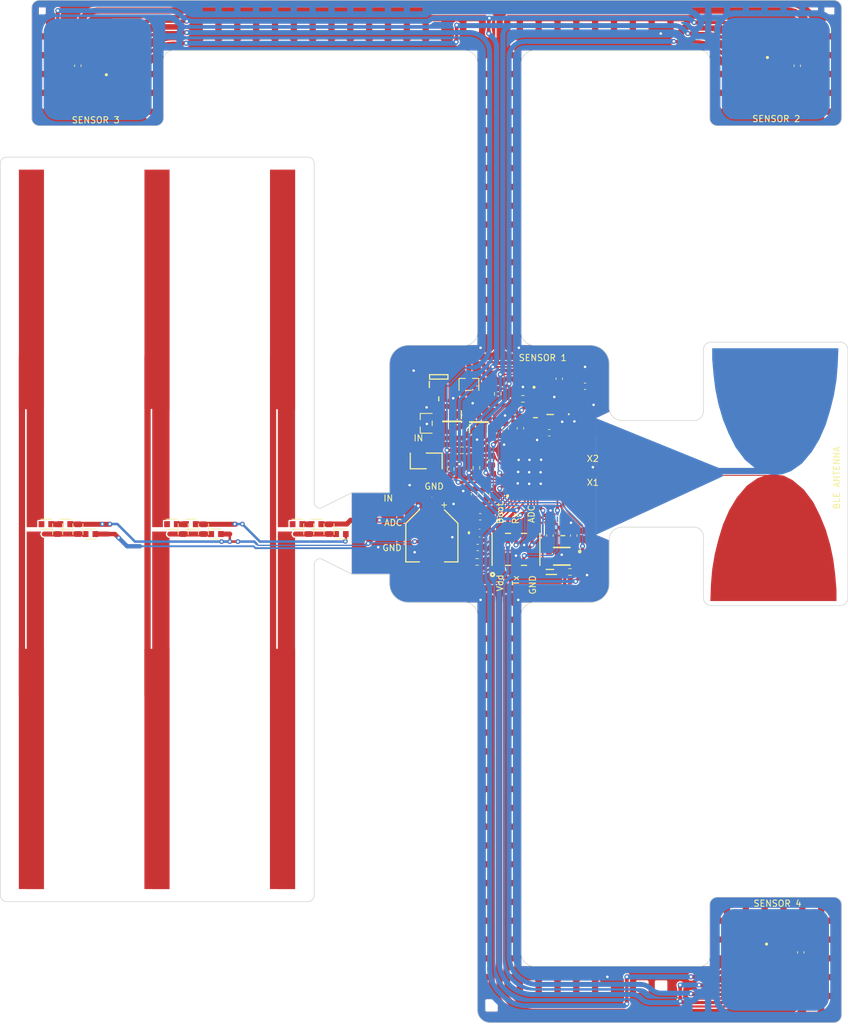
<source format=kicad_pcb>
(kicad_pcb (version 20221018) (generator pcbnew)
  (title_block (title "GDP 13 FPC") (date "2022-11-03") (rev "1.0") (company "University of Southampton"))
  (layers (0 "F.Cu" signal) (31 "B.Cu" signal) (34 "B.Paste" user) (35 "F.Paste" user) (36 "B.SilkS" user "B.Silkscreen") (37 "F.SilkS" user "F.Silkscreen") (38 "B.Mask" user) (39 "F.Mask" user) (44 "Edge.Cuts" user))
  (net 0 "")
  (net 1 "/RCC_OSC32_IN")
  (net 2 "GND")
  (net 3 "/RCC_OSC32_OUT")
  (net 4 "/PH3-BOOT0")
  (net 5 "Net-(D1-Pad1)")
  (net 6 "/USART1_TX")
  (net 7 "/RCC_OSC_OUT")
  (net 8 "/USART1_RX")
  (net 9 "Net-(L1-Pad2)")
  (net 10 "/RCC_OSC_IN")
  (net 11 "/RF1")
  (net 12 "/NRST")
  (net 13 "/VDDA")
  (net 14 "/VLXSMPS")
  (net 15 "/VFBSMPS")
  (net 16 "ADC")
  (net 41 "VDD_OUTPUT")
  (net 42 "Net-(C11-+)")
  (net 43 "I2C_SCL")
  (net 44 "TEMP_INT_1")
  (net 45 "I2C_SDA")
  (net 46 "TEMP_INT_3")
  (net 47 "TEMP_INT_2")
  (net 48 "TEMP_INT_4")
  (net 49 "Net-(Q1-G)")
  (net 50 "Net-(Q2-G)")
  (net 51 "Net-(Q3-G)")
  (footprint "Capacitor_SMD:C_0603_1608Metric" (layer "F.Cu") (at 132.14222 84.541218 180)
    (fp_text reference "C16" hide)
    (fp_text value "0.1nF" hide)
  )
  (footprint "Gdp_Flexible:KMR2_1" (layer "F.Cu") (at 128.44222 111.641218 180)
    (fp_text reference "S1" hide)
    (fp_text value "KMR231GLFS" hide)
  )
  (footprint "Resistor_SMD:R_0603_1608Metric" (layer "F.Cu") (at 129.74222 114.141218)
    (fp_text reference "R7" hide)
    (fp_text value "4.7kΩ" hide)
  )
  (footprint "Capacitor_SMD:C_0603_1608Metric" (layer "F.Cu") (at 51.34222 33.441218 -90)
    (fp_text reference "C6" hide)
    (fp_text value "0.1uF" hide)
  )
  (footprint "Gdp_Flexible:BEADC1608X95N" (layer "F.Cu") (at 128.608841 108.35416 90)
    (fp_text reference "FB1" hide)
    (fp_text value "HZ0603C601R-10" hide)
  )
  (footprint "Capacitor_SMD:C_0603_1608Metric" (layer "F.Cu") (at 128.04222 83.341218 -90)
    (fp_text reference "C5" hide)
    (fp_text value "0.1uF" hide)
  )
  (footprint "Footprint Lib:SOT95P237X102-3N" (layer "F.Cu") (at 110.94222 90.141218 -90)
    (fp_text reference "Q3" hide)
    (fp_text value "SI2342DS-T1-GE3" hide)
  )
  (footprint "PCB_rectenna_withL_Array v2:CAPC1608X85" (layer "F.Cu") (at 69.35745 106.52 180)
    (fp_text reference "C55" hide)
    (fp_text value "")
  )
  (footprint "PCB_rectenna_withL_Array v2:CAPC1608X85" (layer "F.Cu") (at 66.33 106.52)
    (fp_text reference "C56" hide)
    (fp_text value "")
  )
  (footprint "Capacitor_SMD:C_0603_1608Metric" (layer "F.Cu") (at 114.54222 101.741218 90)
    (fp_text reference "C14" hide)
    (fp_text value "0.1uF" hide)
  )
  (footprint "Footprint Lib:SON65P200X200X80-7N" (layer "F.Cu") (at 125.34222 83.341218 90)
    (fp_text reference "IC1" hide)
    (fp_text value "TMP117AIDRVR" hide)
  )
  (footprint "Capacitor_SMD:C_0603_1608Metric" (layer "F.Cu") (at 166.5 174.8 90)
    (fp_text reference "C9" hide)
    (fp_text value "0.1uF" hide)
  )
  (footprint "Gdp_Flexible:INDC2112X140N" (layer "F.Cu") (at 126.584672 89.041218 -90)
    (fp_text reference "L2" hide)
    (fp_text value "74479777310A" hide)
  )
  (footprint "PCB_rectenna_withL_Array v2:CAPC1608X85" (layer "F.Cu") (at 51.3651 107.32 -90)
    (fp_text reference "C58" hide)
    (fp_text value "")
  )
  (footprint "Footprint Lib:SolderWirePad_1x01_SMD_2x5mm" (layer "F.Cu") (at 97.035946 112.015 -90)
    (fp_text reference "REF**" hide)
    (fp_text value "SolderWirePad_1x01_SMD_2x5mm" hide)
  )
  (footprint "Gdp_Flexible:SODFL1608X70N" (layer "F.Cu") (at 126.54222 114.141218 180)
    (fp_text reference "D1" hide)
    (fp_text value "BAT54KFILM" hide)
  )
  (footprint "Footprint Lib:SON65P200X200X80-7N" (layer "F.Cu") (at 54.54222 33.541218 180)
    (fp_text reference "IC3" hide)
    (fp_text value "TMP117AIDRVR" hide)
  )
  (footprint "Capacitor_SMD:C_0603_1608Metric" (layer "F.Cu") (at 165.94222 33.441218 90)
    (fp_text reference "C7" hide)
    (fp_text value "0.1uF" hide)
  )
  (footprint "Resistor_SMD:R_0603_1608Metric" (layer "F.Cu") (at 118.24222 85.741218 90)
    (fp_text reference "R6" hide)
    (fp_text value "4.7kΩ" hide)
  )
  (footprint "Footprint Lib:M20-8770242" (layer "F.Cu") (at 106.84222 96.441218)
    (fp_text reference "J2" hide)
    (fp_text value "M20-8770242" hide)
  )
  (footprint "Gdp_Flexible:LQW18AS10NG0CD" (layer "F.Cu") (at 124.24222 89.541218 90)
    (fp_text reference "L1" hide)
    (fp_text value "LQW18AN10NG00D" hide)
  )
  (footprint "Capacitor_SMD:C_0603_1608Metric" (layer "F.Cu") (at 126.54222 108.341218 90)
    (fp_text reference "C3" hide)
    (fp_text value "0.1uF" hide)
  )
  (footprint "PCB_rectenna_withL_Array v2:CAPC1608X85" (layer "F.Cu") (at 71.3651 107.32 -90)
    (fp_text reference "C54" hide)
    (fp_text value "")
  )
  (footprint "Footprint Lib:EEHZT1E331UP" (layer "F.Cu") (at 107.74222 108.391218 -90)
    (fp_text reference "C11" hide)
    (fp_text value "EEE-FK1C471AP" hide)
  )
  (footprint "Gdp_Flexible:NX2012SA32768KHZEXS00AMU00530" (layer "F.Cu") (at 115.34222 107.941218)
    (fp_text reference "Y2" hide)
    (fp_text value "NX2012SA-32.768KHZ-EXS00A-MU00389" hide)
  )
  (footprint "PCB_rectenna_withL_Array v2:INDC1608X95N" (layer "F.Cu") (at 53.35 108.1 180)
    (fp_text reference "L5" hide)
    (fp_text value "")
  )
  (footprint "PCB_rectenna_withL_Array v2:CAPC1608X85" (layer "F.Cu") (at 46.33 106.52)
    (fp_text reference "C60" hide)
    (fp_text value "")
  )
  (footprint "Gdp_Flexible:Antenna_Flexible_RF" (layer "F.Cu") (at 133.442555 98.738)
    (fp_text reference "X1")
    (fp_text value "Antenna_Flexible_RF" hide)
  )
  (footprint "PCB_rectenna_withL_Array v2:CAPC1608X85" (layer "F.Cu") (at 49.35745 106.52 180)
    (fp_text reference "C59" hide)
    (fp_text value "")
  )
  (footprint "Resistor_SMD:R_0603_1608Metric" (layer "F.Cu") (at 122.24222 86.541218)
    (fp_text reference "R4" hide)
    (fp_text value "4.7kΩ" hide)
  )
  (footprint "PCB_rectenna_withL_Array v2:CAPC1608X85" (layer "F.Cu") (at 68.13 107.32 90)
    (fp_text reference "C57" hide)
    (fp_text value "")
  )
  (footprint "Footprint Lib:XC61C_SOT-23_TOR" (layer "F.Cu") (at 113.64222 84.241218)
    (fp_text reference "U2" hide)
    (fp_text value "XC61CC2002MR-G" hide)
  )
  (footprint "Capacitor_SMD:C_0603_1608Metric" (layer "F.Cu") (at 117.34222 96.341218 -90)
    (fp_text reference "C8" hide)
    (fp_text value "0.1uF" hide)
  )
  (footprint "Capacitor_SMD:C_0603_1608Metric" (layer "F.Cu") (at 126.44222 91.941218)
    (fp_text reference "C21" hide)
    (fp_text value "4.7uF" hide)
  )
  (footprint "Resistor_SMD:R_0603_1608Metric" (layer "F.Cu") (at 114.84222 97.541218 -90)
    (fp_text reference "R3" hide)
    (fp_text value "4.7kΩ" hide)
  )
  (footprint "Footprint Lib:M20-8760342" (layer "F.Cu") (at 121.14222 110.541218)
    (fp_text reference "J3" hide)
    (fp_text value "M20-8760342" hide)
  )
  (footprint "Footprint Lib:SolderWirePad_1x01_SMD_2x5mm" (layer "F.Cu") (at 97.035946 104.019079 -90)
    (fp_text reference "REF**" hide)
    (fp_text value "SolderWirePad_1x01_SMD_2x5mm" hide)
  )
  (footprint "Footprint Lib:SOT95P237X102-3N" (layer "F.Cu") (at 115.24222 90.241218 90)
    (fp_text reference "Q2" hide)
    (fp_text value "SI2342DS-T1-GE3" hide)
  )
  (footprint "PCB_rectenna_withL_Array v2:CAPC1608X85" (layer "F.Cu") (at 89.35745 106.52 180)
    (fp_text reference "C51" hide)
    (fp_text value "")
  )
  (footprint "Gdp_Flexible:NX2016SA32MHZEXS00ACS06654" (layer "F.Cu") (at 130.14222 87.441218)
    (fp_text reference "Y1" hide)
    (fp_text value "NX2016SA-32MHZ-EXS00A-CS06654" hide)
  )
  (footprint "Capacitor_SMD:C_0603_1608Metric" (layer "F.Cu") (at 130.34222 108.341218 -90)
    (fp_text reference "C12" hide)
    (fp_text value "0.1uF" hide)
  )
  (footprint "PCB_rectenna_withL_Array v2:CAPC1608X85" (layer "F.Cu") (at 88.13 107.32 90)
    (fp_text reference "C53" hide)
    (fp_text value "")
  )
  (footprint "Capacitor_SMD:C_0603_1608Metric" (layer "F.Cu") (at 121.84222 91.241218 90)
    (fp_text reference "C40" hide)
    (fp_text value "0.1uF" hide)
  )
  (footprint "Capacitor_SMD:C_0603_1608Metric" (layer "F.Cu") (at 119.44222 91.241218 90)
    (fp_text reference "C10" hide)
    (fp_text value "0.1uF" hide)
  )
  (footprint "Capacitor_SMD:C_0603_1608Metric" (layer "F.Cu") (at 115.44222 105.341218 180)
    (fp_text reference "C1" hide)
    (fp_text value "10pF" hide)
  )
  (footprint "Footprint Lib:RESC1608X55N" (layer "F.Cu") (at 108.84222 86.541218)
    (fp_text reference "R8" hide)
    (fp_text value "~" hide)
  )
  (footprint "Footprint Lib:SolderWirePad_1x01_SMD_2x5mm" (layer "F.Cu") (at 97.035946 108.015 -90)
    (fp_text reference "REF**" hide)
    (fp_text value "SolderWirePad_1x01_SMD_2x5mm" hide)
  )
  (footprint "Capacitor_SMD:C_0603_1608Metric" (layer "F.Cu") (at 116.44222 101.741218 90)
    (fp_text reference "C18" hide)
    (fp_text value "0.1uF" hide)
  )
  (footprint "Resistor_SMD:R_0603_1608Metric" (layer "F.Cu") (at 112.54222 94.741218 180)
    (fp_text reference "R5" hide)
    (fp_text value "4.7kΩ" hide)
  )
  (footprint "Gdp_Flexible:QFN50P700X700X60-49N-D" (layer "F.Cu") (at 123.30458 98.12605 90)
    (fp_text reference "IC5" hide)
    (fp_text value "STM32WB15CCU6" hide)
  )
  (footprint "Resistor_SMD:R_0603_1608Metric" (layer "F.Cu") (at 110.74222 97.741218 90)
    (fp_text reference "R2" hide)
    (fp_text value "4.7kΩ" hide)
  )
  (footprint "Gdp_Flexible:Antenna_Flexible_GND" (layer "F.Cu") (at 133.384555 98.0717)
    (fp_text reference "X2")
    (fp_text value "Antenna_Flexible_GND" hide)
  )
  (footprint "PCB_rectenna_withL_Array v2:CAPC1608X85" (layer "F.Cu") (at 86.33 106.52)
    (fp_text reference "C52" hide)
    (fp_text value "")
  )
  (footprint "Footprint Lib:SON65P200X200X80-7N" (layer "F.Cu") (at 162.4 174.8)
    (fp_text reference "IC4" hide)
    (fp_text value "TMP117AIDRVR" hide)
  )
  (footprint "Footprint Lib:SOT96P237X111-3N" (layer "F.Cu") (at 108.84222 83.041218 90)
    (fp_text reference "Q1" hide)
    (fp_text value "NTR2101PT1G" hide)
  )
  (footprint "Resistor_SMD:R_0603_1608Metric" (layer "F.Cu") (at 114.94222 112.541218)
    (fp_text reference "R1" hide)
    (fp_text value "10kΩ" hide)
  )
  (footprint "Capacitor_SMD:C_0603_1608Metric" (layer "F.Cu") (at 115.04222 110.241218 180)
    (fp_text reference "C2" hide)
    (fp_text value "10pF" hide)
  )
  (footprint "PCB_rectenna_withL_Array v2:INDC1608X95N" (layer "F.Cu") (at 93.25 108.1 180)
    (fp_text reference "L3" hide)
    (fp_text value "")
  )
  (footprint "PCB_rectenna_withL_Array v2:CAPC1608X85" (layer "F.Cu") (at 48.13 107.32 90)
    (fp_text reference "C61" hide)
    (fp_text value "")
  )
  (footprint "PCB_rectenna_withL_Array v2:CAPC1608X85" (layer "F.Cu") (at 91.3651 107.32 -90)
    (fp_text reference "C50" hide)
    (fp_text value "")
  )
  (footprint "Capacitor_SMD:C_0603_1608Metric" (layer "F.Cu") (at 127.74222 105.741218)
    (fp_text reference "C4" hide)
    (fp_text value "0.1uF" hide)
  )
  (footprint "Footprint Lib:SON65P200X200X80-7N" (layer "F.Cu") (at 162.54222 33.441218)
    (fp_text reference "IC2" hide)
    (fp_text value "TMP117AIDRVR" hide)
  )
  (footprint "PCB_rectenna_withL_Array v2:INDC1608X95N" (layer "F.Cu") (at 73.35 108.1 180)
    (fp_text reference "L4" hide)
    (fp_text value "")
  )
  (footprint "Footprint Lib:XC61C_SOT-23_TOR" (layer "F.Cu") (at 106.84222 90.441218 90)
    (fp_text reference "U1" hide)
    (fp_text value "XC61CC2502MR-G" hide)
  )
  (gr_circle (center 155.9 170) (end 157.9 170) (stroke (width 0.2)) (fill solid) (layer "B.Cu"))
  (gr_circle (center 169.010352 39.886382) (end 171.010352 39.886382) (stroke (width 0.2)) (fill solid) (layer "B.Cu"))
  (gr_circle (center 168.9 170) (end 170.9 170) (stroke (width 0.2)) (fill solid) (layer "B.Cu"))
  (gr_poly (pts (xy 153.9 170) (xy 155.9 168) (xy 168.9 168) (xy 170.9 170) (xy 170.9 182) (xy 168.9 184) (xy 155.9 184) (xy 153.9 182)) (stroke (width 0.2)) (fill solid) (layer "B.Cu"))
  (gr_circle (center 155.936998 181.972545) (end 157.936998 181.972545) (stroke (width 0.2)) (fill solid) (layer "B.Cu"))
  (gr_circle (center 169.029086 27.9) (end 171.029086 27.9) (stroke (width 0.2)) (fill solid) (layer "B.Cu"))
  (gr_circle (center 61 28) (end 63 28) (stroke (width 0.2)) (fill solid) (layer "B.Cu"))
  (gr_circle (center 61 40) (end 63 40) (stroke (width 0.2)) (fill solid) (layer "B.Cu"))
  (gr_circle (center 156 27.9) (end 158 27.9) (stroke (width 0.2)) (fill solid) (layer "B.Cu"))
  (gr_poly (pts (xy 154.010352 27.886382) (xy 156.010352 25.886382) (xy 169.010352 25.886382) (xy 171.010352 27.886382) (xy 171.010352 39.886382) (xy 169.010352 41.886382) (xy 156.010352 41.886382) (xy 154.010352 39.886382)) (stroke (width 0.2)) (fill solid) (layer "B.Cu"))
  (gr_circle (center 156.056699 39.882679) (end 158.056699 39.882679) (stroke (width 0.2)) (fill solid) (layer "B.Cu"))
  (gr_circle (center 48.033824 39.969281) (end 50.033824 39.969281) (stroke (width 0.2)) (fill solid) (layer "B.Cu"))
  (gr_poly (pts (xy 46 28) (xy 48 26) (xy 61 26) (xy 63 28) (xy 63 40) (xy 61 42) (xy 48 42) (xy 46 40)) (stroke (width 0.2)) (fill solid) (layer "B.Cu"))
  (gr_circle (center 168.9 182) (end 170.9 182) (stroke (width 0.2)) (fill solid) (layer "B.Cu"))
  (gr_circle (center 48.01732 28.024287) (end 50.01732 28.024287) (stroke (width 0.2)) (fill solid) (layer "B.Cu"))
  (gr_line (start 138 90) (end 149.5 90) (stroke (width 0.1)) (layer "Edge.Cuts"))
  (gr_arc (start 171.8 23) (mid 172.648528 23.351472) (end 173 24.2) (stroke (width 0.1)) (layer "Edge.Cuts"))
  (gr_line (start 122 175) (end 122 121) (stroke (width 0.1)) (layer "Edge.Cuts"))
  (gr_arc (start 149.5 107) (mid 150.56066 107.43934) (end 151 108.5) (stroke (width 0.1)) (layer "Edge.Cuts"))
  (gr_arc (start 65 41.8) (mid 64.648528 42.648528) (end 63.8 43) (stroke (width 0.1)) (layer "Edge.Cuts"))
  (gr_arc (start 138 90) (mid 136.585786 89.414214) (end 136 88) (stroke (width 0.1)) (layer "Edge.Cuts"))
  (gr_arc (start 152 167.2) (mid 152.351472 166.351472) (end 153.2 166) (stroke (width 0.1)) (layer "Edge.Cuts"))
  (gr_line (start 139.3 107) (end 138 107) (stroke (width 0.1)) (layer "Edge.Cuts"))
  (gr_line (start 152.2 77.5) (end 172.8 77.5) (stroke (width 0.1)) (layer "Edge.Cuts"))
  (gr_line (start 89 103) (end 89 49) (stroke (width 0.1)) (layer "Edge.Cuts"))
  (gr_line (start 150.5 177) (end 124 177) (stroke (width 0.1)) (layer "Edge.Cuts"))
  (gr_arc (start 89 113) (mid 89.292893 112.292893) (end 90 112) (stroke (width 0.1)) (layer "Edge.Cuts"))
  (gr_line (start 173 24.2) (end 173 41.8) (stroke (width 0.1)) (layer "Edge.Cuts"))
  (gr_arc (start 122 121) (mid 122.585786 119.585786) (end 124 119) (stroke (width 0.1)) (layer "Edge.Cuts"))
  (gr_arc (start 133 78) (mid 135.12132 78.87868) (end 136 81) (stroke (width 0.1)) (layer "Edge.Cuts"))
  (gr_line (start 153.2 43) (end 171.8 43) (stroke (width 0.1)) (layer "Edge.Cuts"))
  (gr_arc (start 150.5 31) (mid 151.56066 31.43934) (end 152 32.5) (stroke (width 0.1)) (layer "Edge.Cuts"))
  (gr_line (start 88 48) (end 40 48) (stroke (width 0.1)) (layer "Edge.Cuts"))
  (gr_line (start 44 24.2) (end 44 41.8) (stroke (width 0.1)) (layer "Edge.Cuts"))
  (gr_line (start 45.2 43) (end 63.8 43) (stroke (width 0.1)) (layer "Edge.Cuts"))
  (gr_line (start 101 101.5) (end 101 81) (stroke (width 0.1)) (layer "Edge.Cuts"))
  (gr_arc (start 151 88.5) (mid 150.56066 89.56066) (end 149.5 90) (stroke (width 0.1)) (layer "Edge.Cuts"))
  (gr_line (start 66.5 31) (end 113 31) (stroke (width 0.1)) (layer "Edge.Cuts"))
  (gr_arc (start 172.8 77.5) (mid 173.648528 77.851472) (end 174 78.7) (stroke (width 0.1)) (layer "Edge.Cuts"))
  (gr_arc (start 173 41.8) (mid 172.648528 42.648528) (end 171.8 43) (stroke (width 0.1)) (layer "Edge.Cuts"))
  (gr_arc (start 89 165.7) (mid 88.707107 166.407107) (end 88 166.7) (stroke (width 0.1)) (layer "Edge.Cuts"))
  (gr_line (start 101 101.5) (end 95 101.5) (stroke (width 0.1)) (layer "Edge.Cuts"))
  (gr_line (start 89 165.7) (end 89 113) (stroke (width 0.1)) (layer "Edge.Cuts"))
  (gr_line (start 133 119) (end 124 119) (stroke (width 0.1)) (layer "Edge.Cuts"))
  (gr_arc (start 115 76) (mid 114.414214 77.414214) (end 113 78) (stroke (width 0.1)) (layer "Edge.Cuts"))
  (gr_line (start 124 78) (end 133 78) (stroke (width 0.1)) (layer "Edge.Cuts"))
  (gr_arc (start 136 109) (mid 136.585786 107.585786) (end 138 107) (stroke (width 0.1)) (layer "Edge.Cuts"))
  (gr_line (start 65 32.5) (end 65 41.8) (stroke (width 0.1)) (layer "Edge.Cuts"))
  (gr_arc (start 113 31) (mid 114.414214 31.585786) (end 115 33) (stroke (width 0.1)) (layer "Edge.Cuts"))
  (gr_arc (start 153.2 43) (mid 152.351472 42.648528) (end 152 41.8) (stroke (width 0.1)) (layer "Edge.Cuts"))
  (gr_line (start 171.8 23) (end 122.5 23) (stroke (width 0.1)) (layer "Edge.Cuts"))
  (gr_line (start 39 49) (end 39 165.7) (stroke (width 0.1)) (layer "Edge.Cuts"))
  (gr_arc (start 173 184.8) (mid 172.648528 185.648528) (end 171.8 186) (stroke (width 0.1)) (layer "Edge.Cuts"))
  (gr_arc (start 152.2 119.5) (mid 151.351472 119.148528) (end 151 118.3) (stroke (width 0.1)) (layer "Edge.Cuts"))
  (gr_arc (start 117 186) (mid 115.585786 185.414214) (end 115 184) (stroke (width 0.1)) (layer "Edge.Cuts"))
  (gr_arc (start 44 24.2) (mid 44.351472 23.351472) (end 45.2 23) (stroke (width 0.1)) (layer "Edge.Cuts"))
  (gr_line (start 115 121) (end 115 184) (stroke (width 0.1)) (layer "Edge.Cuts"))
  (gr_arc (start 113 119) (mid 114.414214 119.585786) (end 115 121) (stroke (width 0.1)) (layer "Edge.Cuts"))
  (gr_line (start 95 101.5) (end 90 104) (stroke (width 0.1)) (layer "Edge.Cuts"))
  (gr_line (start 113 119) (end 104 119) (stroke (width 0.1)) (layer "Edge.Cuts"))
  (gr_line (start 149.5 107) (end 139.3 107) (stroke (width 0.1)) (layer "Edge.Cuts"))
  (gr_arc (start 45.2 43) (mid 44.351472 42.648528) (end 44 41.8) (stroke (width 0.1)) (layer "Edge.Cuts"))
  (gr_line (start 101 114.5) (end 101 116) (stroke (width 0.1)) (layer "Edge.Cuts"))
  (gr_line (start 40 166.7) (end 88 166.7) (stroke (width 0.1)) (layer "Edge.Cuts"))
  (gr_line (start 172.8 119.5) (end 152.2 119.5) (stroke (width 0.1)) (layer "Edge.Cuts"))
  (gr_arc (start 104 119) (mid 101.87868 118.12132) (end 101 116) (stroke (width 0.1)) (layer "Edge.Cuts"))
  (gr_line (start 136 81) (end 136 88) (stroke (width 0.1)) (layer "Edge.Cuts"))
  (gr_line (start 122.5 23) (end 114.5 23) (stroke (width 0.1)) (layer "Edge.Cuts"))
  (gr_line (start 152 167.2) (end 152 175.5) (stroke (width 0.1)) (layer "Edge.Cuts"))
  (gr_line (start 151 108.5) (end 151 118.3) (stroke (width 0.1)) (layer "Edge.Cuts"))
  (gr_arc (start 152 175.5) (mid 151.56066 176.56066) (end 150.5 177) (stroke (width 0.1)) (layer "Edge.Cuts"))
  (gr_line (start 152 32.5) (end 152 41.8) (stroke (width 0.1)) (layer "Edge.Cuts"))
  (gr_arc (start 101 81) (mid 101.87868 78.87868) (end 104 78) (stroke (width 0.1)) (layer "Edge.Cuts"))
  (gr_line (start 136 113.3) (end 136 116) (stroke (width 0.1)) (layer "Edge.Cuts"))
  (gr_line (start 122 76) (end 122 33) (stroke (width 0.1)) (layer "Edge.Cuts"))
  (gr_arc (start 39 49) (mid 39.292893 48.292893) (end 40 48) (stroke (width 0.1)) (layer "Edge.Cuts"))
  (gr_arc (start 124 177) (mid 122.585786 176.414214) (end 122 175) (stroke (width 0.1)) (layer "Edge.Cuts"))
  (gr_arc (start 136 116) (mid 135.12132 118.12132) (end 133 119) (stroke (width 0.1)) (layer "Edge.Cuts"))
  (gr_arc (start 124 78) (mid 122.585786 77.414214) (end 122 76) (stroke (width 0.1)) (layer "Edge.Cuts"))
  (gr_line (start 104 78) (end 113 78) (stroke (width 0.1)) (layer "Edge.Cuts"))
  (gr_line (start 117 186) (end 171.8 186) (stroke (width 0.1)) (layer "Edge.Cuts"))
  (gr_arc (start 151 78.7) (mid 151.351472 77.851472) (end 152.2 77.5) (stroke (width 0.1)) (layer "Edge.Cuts"))
  (gr_arc (start 174 118.3) (mid 173.648528 119.148528) (end 172.8 119.5) (stroke (width 0.1)) (layer "Edge.Cuts"))
  (gr_arc (start 65 32.5) (mid 65.43934 31.43934) (end 66.5 31) (stroke (width 0.1)) (layer "Edge.Cuts"))
  (gr_line (start 151 88.5) (end 151 78.7) (stroke (width 0.1)) (layer "Edge.Cuts"))
  (gr_line (start 174 78.7) (end 174 118.3) (stroke (width 0.1)) (layer "Edge.Cuts"))
  (gr_arc (start 88 48) (mid 88.707107 48.292893) (end 89 49) (stroke (width 0.1)) (layer "Edge.Cuts"))
  (gr_arc (start 171.8 166) (mid 172.648528 166.351472) (end 173 167.2) (stroke (width 0.1)) (layer "Edge.Cuts"))
  (gr_arc (start 122 33) (mid 122.585786 31.585786) (end 124 31) (stroke (width 0.1)) (layer "Edge.Cuts"))
  (gr_line (start 153.2 166) (end 171.8 166) (stroke (width 0.1)) (layer "Edge.Cuts"))
  (gr_line (start 173 167.2) (end 173 184.8) (stroke (width 0.1)) (layer "Edge.Cuts"))
  (gr_line (start 115 76) (end 115 33) (stroke (width 0.1)) (layer "Edge.Cuts"))
  (gr_line (start 124 31) (end 150.5 31) (stroke (width 0.1)) (layer "Edge.Cuts"))
  (gr_line (start 101 114.5) (end 95 114.5) (stroke (width 0.1)) (layer "Edge.Cuts"))
  (gr_line (start 136 109) (end 136 113.3) (stroke (width 0.1)) (layer "Edge.Cuts"))
  (gr_line (start 90 112) (end 95 114.5) (stroke (width 0.1)) (layer "Edge.Cuts"))
  (gr_arc (start 40 166.7) (mid 39.292893 166.407107) (end 39 165.7) (stroke (width 0.1)) (layer "Edge.Cuts"))
  (gr_arc (start 90 104) (mid 89.292893 103.707107) (end 89 103) (stroke (width 0.1)) (layer "Edge.Cuts"))
  (gr_line (start 114.5 23) (end 45.2 23) (stroke (width 0.1)) (layer "Edge.Cuts"))
  (gr_text "IN" (at 105.6 92.8) (layer "F.SilkS") (effects (font (size 1 1))))
  (gr_text "BLE ANTENNA" (at 172.228664 99.142145 90) (layer "F.SilkS") (effects (font (size 1 1))))
  (gr_text "ADC" (at 123.6 104.9 90) (layer "F.SilkS") (effects (font (size 1 1))))
  (gr_text "+" (at 109.7 103.4) (layer "F.SilkS") (effects (font (size 1 1))))
  (gr_text "GND" (at 108.1 100.5) (layer "F.SilkS") (effects (font (size 1 1))))
  (gr_text "ADC" (at 101.6 106.3) (layer "F.SilkS") (effects (font (size 1 1))))
  (gr_text "SENSOR 3" (at 54.2 42.1) (layer "F.SilkS") (effects (font (size 1 1))))
  (gr_text "SENSOR 4" (at 162.8 167) (layer "F.SilkS") (effects (font (size 1 1))))
  (gr_text "IN" (at 100.8 102.4) (layer "F.SilkS") (effects (font (size 1 1))))
  (gr_text "SENSOR 1" (at 125.4 80) (layer "F.SilkS") (effects (font (size 1 1))))
  (gr_text "Vdd" (at 118.6 115.9 90) (layer "F.SilkS") (effects (font (size 1 1))))
  (gr_text "GND" (at 123.8 116.2 90) (layer "F.SilkS") (effects (font (size 1 1))))
  (gr_text "Boot" (at 118.6 104.8 90) (layer "F.SilkS") (effects (font (size 1 1))))
  (gr_text "Rx" (at 121.1 105.6 90) (layer "F.SilkS") (effects (font (size 1 1))))
  (gr_text "GND" (at 101.4 110.3) (layer "F.SilkS") (effects (font (size 1 1))))
  (gr_text "SENSOR 2" (at 162.6 41.9) (layer "F.SilkS") (effects (font (size 1 1))))
  (gr_text "Tx" (at 121.1 115.5 90) (layer "F.SilkS") (effects (font (size 1 1))))
  (segment (start 48.13 108.0946) (end 51.3651 108.0946) (width 0.8) (layer "F.Cu") (net 0))
  (segment (start 52.5758 108.0946) (end 52.5812 108.1) (width 0.8) (layer "F.Cu") (net 0))
  (segment (start 71.3397 106.52) (end 71.3651 106.5454) (width 0.8) (layer "F.Cu") (net 0))
  (segment (start 71.3651 108.0946) (end 68.13 108.0946) (width 0.8) (layer "F.Cu") (net 0))
  (segment (start 72.5758 108.0946) (end 71.3651 108.0946) (width 0.8) (layer "F.Cu") (net 0))
  (segment (start 48.1046 106.52) (end 48.13 106.5454) (width 0.8) (layer "F.Cu") (net 0))
  (segment (start 48.13 106.5454) (end 48.1554 106.52) (width 0.8) (layer "F.Cu") (net 0))
  (segment (start 76.4746 106.5454) (end 71.3651 106.5454) (width 0.8) (layer "F.Cu") (net 0))
  (segment (start 70.13205 106.52) (end 71.3397 106.52) (width 0.8) (layer "F.Cu") (net 0))
  (segment (start 94.05 108.3) (end 94.05 109.1694) (width 0.4) (layer "F.Cu") (net 0))
  (segment (start 68.1046 106.52) (end 67.1046 106.52) (width 0.8) (layer "F.Cu") (net 0))
  (segment (start 68.1046 106.52) (end 68.13 106.5454) (width 0.8) (layer "F.Cu") (net 0))
  (segment (start 88.13 108.0946) (end 91.3651 108.0946) (width 0.8) (layer "F.Cu") (net 0))
  (segment (start 68.1554 106.52) (end 68.58285 106.52) (width 0.8) (layer "F.Cu") (net 0))
  (segment (start 48.13 108.0946) (end 45.9824 108.0946) (width 0.8) (layer "F.Cu") (net 0))
  (segment (start 91.3651 108.0946) (end 92.4758 108.0946) (width 0.8) (layer "F.Cu") (net 0))
  (segment (start 88.1554 106.52) (end 88.58285 106.52) (width 0.8) (layer "F.Cu") (net 0))
  (segment (start 51.3651 108.0946) (end 52.5758 108.0946) (width 0.8) (layer "F.Cu") (net 0))
  (segment (start 87.1046 106.52) (end 88.1046 106.52) (width 0.8) (layer "F.Cu") (net 0))
  (segment (start 92.4758 108.0946) (end 92.4812 108.1) (width 0.8) (layer "F.Cu") (net 0))
  (segment (start 88.1046 106.52) (end 88.13 106.5454) (width 0.8) (layer "F.Cu") (net 0))
  (segment (start 88.13 106.5454) (end 88.1554 106.52) (width 0.8) (layer "F.Cu") (net 0))
  (segment (start 48.1554 106.52) (end 48.58285 106.52) (width 0.8) (layer "F.Cu") (net 0))
  (segment (start 68.13 106.5454) (end 68.1554 106.52) (width 0.8) (layer "F.Cu") (net 0))
  (segment (start 68.13 108.0946) (end 65.9824 108.0946) (width 0.8) (layer "F.Cu") (net 0))
  (segment (start 47.1046 106.52) (end 48.1046 106.52) (width 0.8) (layer "F.Cu") (net 0))
  (segment (start 72.5812 108.1) (end 72.5758 108.0946) (width 0.8) (layer "F.Cu") (net 0))
  (segment (start 88.13 108.0946) (end 85.9824 108.0946) (width 0.8) (layer "F.Cu") (net 0))
  (segment (start 94.05 109.1694) (end 93.95 109.2694) (width 0.4) (layer "F.Cu") (net 0))
  (via (at 76.35 106.5) (size 0.7564) (drill 0.35) (layers "F.Cu" "B.Cu") (net 0))
  (via (at 77.55 106.5) (size 0.7564) (drill 0.35) (layers "F.Cu" "B.Cu") (net 0))
  (via (at 93.95 109.2694) (size 0.7564) (drill 0.35) (layers "F.Cu" "B.Cu") (net 0))
  (segment (start 76.35 106.5) (end 77.55 106.5) (width 0.4) (layer "B.Cu") (net 0))
  (segment (start 77.55 106.5) (end 80.35 109.3) (width 0.4) (layer "B.Cu") (net 0))
  (segment (start 80.35 109.3) (end 93.95 109.3) (width 0.4) (layer "B.Cu") (net 0))
  (segment (start 121.05458 101.869524) (end 121.05458 101.57605) (width 0.254) (layer "F.Cu") (net 1))
  (segment (start 115.712287 106.54215) (end 116.664442 106.54215) (width 0.254) (layer "F.Cu") (net 1))
  (segment (start 116.21722 106.016218) (end 116.21722 105.341218) (width 0.254) (layer "F.Cu") (net 1))
  (segment (start 116.21722 105.678718) (end 116.21722 105.341218) (width 0.254) (layer "F.Cu") (net 1))
  (segment (start 116.725754 106.491822) (end 120.847062 102.370515) (width 0.254) (layer "F.Cu") (net 1))
  (segment (start 116.692825 106.491823) (end 116.21722 106.016218) (width 0.254) (layer "F.Cu") (net 1))
  (segment (start 116.725754 106.491822) (end 116.692825 106.524753) (width 0.254) (layer "F.Cu") (net 1))
  (segment (start 115.372698 106.881739) (end 115.712287 106.54215) (width 0.254) (layer "F.Cu") (net 1))
  (segment (start 114.59222 107.801718) (end 114.59222 107.941218) (width 0.254) (layer "F.Cu") (net 1))
  (segment (start 114.690861 107.563576) (end 115.372698 106.881739) (width 0.254) (layer "F.Cu") (net 1))
  (arc (start 116.664442 106.54215) (mid 116.679573 106.534574) (end 116.692825 106.524753) (width 0.254) (layer "F.Cu") (net 1))
  (arc (start 116.692825 106.524753) (mid 116.699645 106.508288) (end 116.692825 106.491823) (width 0.254) (layer "F.Cu") (net 1))
  (arc (start 116.692825 106.491823) (mid 116.709289 106.498642) (end 116.725754 106.491822) (width 0.254) (layer "F.Cu") (net 1))
  (arc (start 114.690861 107.563576) (mid 114.617855 107.672836) (end 114.59222 107.801718) (width 0.254) (layer "F.Cu") (net 1))
  (arc (start 121.05458 101.869524) (mid 121.000647 102.140658) (end 120.847062 102.370515) (width 0.254) (layer "F.Cu") (net 1))
  (segment (start 123.24222 98.241218) (end 123.330984 98.241218) (width 0.254) (layer "F.Cu") (net 2))
  (segment (start 122.55458 96.764283) (end 122.55458 94.67605) (width 0.254) (layer "F.Cu") (net 2))
  (segment (start 128.984859 110.841218) (end 128.426077 111.4) (width 0.508) (layer "F.Cu") (net 2))
  (segment (start 133.5 88.562745) (end 133.5 87.5) (width 0.254) (layer "F.Cu") (net 2))
  (segment (start 132.748525 90.376964) (end 128.220137 94.905352) (width 0.254) (layer "F.Cu") (net 2))
  (segment (start 54.1351 108.1) (end 56.15 108.1) (width 0.8) (layer "F.Cu") (net 2))
  (segment (start 126.39222 110.841218) (end 127.867295 110.841218) (width 0.508) (layer "F.Cu") (net 2))
  (segment (start 123.356982 98.178452) (end 122.987164 97.808634) (width 0.254) (layer "F.Cu") (net 2))
  (segment (start 107.012583 90.5) (end 108.469105 90.5) (width 0.508) (layer "F.Cu") (net 2))
  (segment (start 109.99222 89.349499) (end 109.99222 89.091218) (width 0.508) (layer "F.Cu") (net 2))
  (segment (start 127.96058 95.56176) (end 127.96058 95.53198) (width 0.254) (layer "F.Cu") (net 2))
  (segment (start 126.39008 96.37605) (end 126.75458 96.37605) (width 0.254) (layer "F.Cu") (net 2))
  (segment (start 106.962829 90.520609) (end 106.94222 90.541218) (width 0.508) (layer "F.Cu") (net 2))
  (segment (start 128.5 90.2) (end 128.5 90.658438) (width 0.508) (layer "F.Cu") (net 2))
  (segment (start 56.15 108.1) (end 57.25 108.1) (width 0.7) (layer "F.Cu") (net 2))
  (segment (start 57.25 108.1) (end 57.85 108.7) (width 0.7) (layer "F.Cu") (net 2))
  (segment (start 109.546109 90.053889) (end 109.809587 89.790412) (width 0.508) (layer "F.Cu") (net 2))
  (segment (start 130.81722 89.501052) (end 130.81722 87.966218) (width 0.508) (layer "F.Cu") (net 2))
  (segment (start 119.4 89.2) (end 119.4 90.423998) (width 0.508) (layer "F.Cu") (net 2))
  (segment (start 123.24222 98.241218) (end 123.24222 98.107785) (width 0.254) (layer "F.Cu") (net 2))
  (segment (start 127.867295 110.841218) (end 128.426077 111.4) (width 0.508) (layer "F.Cu") (net 2))
  (segment (start 130.49222 110.841218) (end 128.984859 110.841218) (width 0.508) (layer "F.Cu") (net 2))
  (segment (start 125.767839 96.63379) (end 124.61888 97.782749) (width 0.254) (layer "F.Cu") (net 2))
  (segment (start 123.348675 98.12605) (end 123.79008 98.12605) (width 0.254) (layer "F.Cu") (net 2))
  (segment (start 130.62972 89.953718) (end 130.44222 90.141218) (width 0.508) (layer "F.Cu") (net 2))
  (segment (start 127.14629 96.37605) (end 126.75458 96.37605) (width 0.254) (layer "F.Cu") (net 2))
  (segment (start 119.4 90.423998) (end 119.44222 90.466218) (width 0.508) (layer "F.Cu") (net 2))
  (segment (start 128.5 90.658438) (end 127.21722 91.941218) (width 0.508) (layer "F.Cu") (net 2))
  (via (at 121.41437 100.0222) (size 0.8) (drill 0.4) (layers "F.Cu" "B.Cu") (net 2))
  (via (at 128.426077 111.4) (size 0.8) (drill 0.4) (layers "F.Cu" "B.Cu") (net 2))
  (via (at 125.058354 98.252935) (size 0.8) (drill 0.4) (layers "F.Cu" "B.Cu") (net 2))
  (via (at 123.289088 96.272763) (size 0.8) (drill 0.4) (layers "F.Cu" "B.Cu") (net 2))
  (via (at 127.24222 86.241218) (size 0.8) (drill 0.4) (layers "F.Cu" "B.Cu") (net 2))
  (via (at 115.5 78.4) (size 0.8) (drill 0.4) (layers "F.Cu" "B.Cu") (net 2))
  (via (at 121.14222 111.541218) (size 0.8) (drill 0.4) (layers "F.Cu" "B.Cu") (net 2))
  (via (at 144.2 28.3) (size 0.8) (drill 0.4) (layers "F.Cu" "B.Cu") (net 2))
  (via (at 123.24222 100.092502) (size 0.8) (drill 0.4) (layers "F.Cu" "B.Cu") (net 2))
  (via (at 126.64222 104.341218) (size 0.8) (drill 0.4) (layers "F.Cu" "B.Cu") (net 2))
  (via (at 114.94222 93.041218) (size 0.8) (drill 0.4) (layers "F.Cu" "B.Cu") (net 2))
  (via (at 111.2 103.3) (size 0.8) (drill 0.4) (layers "F.Cu" "B.Cu") (net 2))
  (via (at 121.566691 96.272763) (size 0.8) (drill 0.4) (layers "F.Cu" "B.Cu") (net 2))
  (via (at 133.384555 97.4367) (size 0.8) (drill 0.4) (layers "F.Cu" "B.Cu") (net 2))
  (via (at 104.84222 82.041218) (size 0.8) (drill 0.4) (layers "F.Cu" "B.Cu") (net 2))
  (via (at 130.44222 90.141218) (size 0.8) (drill 0.4) (layers "F.Cu" "B.Cu") (net 2))
  (via (at 121.6 78.4) (size 0.8) (drill 0.4) (layers "F.Cu" "B.Cu") (net 2))
  (via (at 125.140373 96.249329) (size 0.8) (drill 0.4) (layers "F.Cu" "B.Cu") (net 2))
  (via (at 105 111) (size 0.8) (drill 0.4) (layers "F.Cu" "B.Cu") (net 2))
  (via (at 104.2 100.3) (size 0.8) (drill 0.4) (layers "F.Cu" "B.Cu") (net 2))
  (via (at 111 108.6) (size 0.8) (drill 0.4) (layers "F.Cu" "B.Cu") (net 2))
  (via (at 135.7 178.7) (size 0.8) (drill 0.4) (layers "F.Cu" "B.Cu") (net 2))
  (via (at 114.24222 87.241218) (size 0.8) (drill 0.4) (layers "F.Cu" "B.Cu") (net 2))
  (via (at 123.24222 98.241218) (size 0.8) (drill 0.4) (layers "F.Cu" "B.Cu") (net 2))
  (via (at 133.5 87.5) (size 0.8) (drill 0.4) (layers "F.Cu" "B.Cu") (net 2))
  (via (at 112.74222 101.241218) (size 0.8) (drill 0.4) (layers "F.Cu" "B.Cu") (net 2))
  (via (at 122.24222 84.641218) (size 0.8) (drill 0.4) (layers "F.Cu" "B.Cu") (net 2))
  (via (at 111.14222 86.441218) (size 0.8) (drill 0.4) (layers "F.Cu" "B.Cu") (net 2))
  (via (at 122.44222 109.841218) (size 0.8) (drill 0.4) (layers "F.Cu" "B.Cu") (net 2))
  (via (at 119.24222 93.841218) (size 0.8) (drill 0.4) (layers "F.Cu" "B.Cu") (net 2))
  (via (at 125.081788 100.080785) (size 0.8) (drill 0.4) (layers "F.Cu" "B.Cu") (net 2))
  (via (at 106.94222 90.541218) (size 0.8) (drill 0.4) (layers "F.Cu" "B.Cu") (net 2))
  (via (at 121.5 118.6) (size 0.8) (drill 0.4) (layers "F.Cu" "B.Cu") (net 2))
  (via (at 124.5 93.1) (size 0.8) (drill 0.4) (layers "F.Cu" "B.Cu") (net 2))
  (via (at 129.9 106.3) (size 0.8) (drill 0.4) (layers "F.Cu" "B.Cu") (net 2))
  (via (at 119.4 89.2) (size 0.8) (drill 0.4) (layers "F.Cu" "B.Cu") (net 2))
  (via (at 115.5 118.6) (size 0.8) (drill 0.4) (layers "F.Cu" "B.Cu") (net 2))
  (via (at 132.461419 114.643961) (size 0.8) (drill 0.4) (layers "F.Cu" "B.Cu") (net 2))
  (via (at 106.9 87.9) (size 0.8) (drill 0.4) (layers "F.Cu" "B.Cu") (net 2))
  (via (at 121.484672 98.19435) (size 0.8) (drill 0.4) (layers "F.Cu" "B.Cu") (net 2))
  (via (at 99.2 110.1995) (size 0.8) (drill 0.4) (layers "F.Cu" "B.Cu") (net 2))
  (via (at 57.85 108.7) (size 0.7564) (drill 0.35) (layers "F.Cu" "B.Cu") (net 2))
  (via (at 132.14222 81.441218) (size 0.8) (drill 0.4) (layers "F.Cu" "B.Cu") (net 2))
  (via (at 128.5 90.2) (size 0.8) (drill 0.4) (layers "F.Cu" "B.Cu") (net 2))
  (arc (start 123.2734 98.09487) (mid 123.253495 98.09091) (end 123.24222 98.107785) (width 0.254) (layer "F.Cu") (net 2))
  (arc (start 124.61888 97.782749) (mid 124.238623 98.036828) (end 123.79008 98.12605) (width 0.254) (layer "F.Cu") (net 2))
  (arc (start 128.220137 94.905352) (mid 128.028036 95.192851) (end 127.96058 95.53198) (width 0.254) (layer "F.Cu") (net 2))
  (arc (start 109.546109 90.053889) (mid 109.051975 90.384059) (end 108.469105 90.5) (width 0.508) (layer "F.Cu") (net 2))
  (arc (start 127.96058 95.56176) (mid 127.898595 95.873375) (end 127.72208 96.13755) (width 0.254) (layer "F.Cu") (net 2))
  (arc (start 123.356982 98.178452) (mid 123.364952 98.21852) (end 123.330984 98.241218) (width 0.254) (layer "F.Cu") (net 2))
  (arc (start 123.2734 98.09487) (mid 123.307936 98.117946) (end 123.348675 98.12605) (width 0.254) (layer "F.Cu") (net 2))
  (arc (start 107.012583 90.5) (mid 106.985656 90.505356) (end 106.962829 90.520609) (width 0.508) (layer "F.Cu") (net 2))
  (arc (start 130.81722 89.501052) (mid 130.76849 89.746033) (end 130.62972 89.953718) (width 0.508) (layer "F.Cu") (net 2))
  (arc (start 126.39008 96.37605) (mid 126.053325 96.443034) (end 125.767839 96.63379) (width 0.254) (layer "F.Cu") (net 2))
  (arc (start 127.72208 96.13755) (mid 127.457905 96.314065) (end 127.14629 96.37605) (width 0.254) (layer "F.Cu") (net 2))
  (arc (start 109.99222 89.349499) (mid 109.944755 89.588119) (end 109.809587 89.790412) (width 0.508) (layer "F.Cu") (net 2))
  (arc (start 133.5 88.562745) (mid 133.304698 89.544593) (end 132.748525 90.376964) (width 0.254) (layer "F.Cu") (net 2))
  (arc (start 122.55458 96.764283) (mid 122.667004 97.329481) (end 122.987164 97.808634) (width 0.254) (layer "F.Cu") (net 2))
  (segment (start 99.2 110.1995) (end 99.0495 110.35) (width 0.3) (layer "B.Cu") (net 2))
  (segment (start 59.2 110.05) (end 61.25 110.05) (width 0.7) (layer "B.Cu") (net 2))
  (segment (start 99.0495 110.35) (end 79.65 110.35) (width 0.3) (layer "B.Cu") (net 2))
  (segment (start 57.85 108.7) (end 59.2 110.05) (width 0.7) (layer "B.Cu") (net 2))
  (segment (start 134.435185 98.052145) (end 163.001924 98.052145) (width 1) (layer "B.Cu") (net 2))
  (segment (start 79.35 110.05) (end 61.25 110.05) (width 0.3) (layer "B.Cu") (net 2))
  (segment (start 133.692277 97.744422) (end 133.384555 97.4367) (width 1) (layer "B.Cu") (net 2))
  (segment (start 79.65 110.35) (end 79.35 110.05) (width 0.3) (layer "B.Cu") (net 2))
  (arc (start 133.692277 97.744422) (mid 134.033126 97.97217) (end 134.435185 98.052145) (width 1) (layer "B.Cu") (net 2))
  (segment (start 116.555315 107.304313) (end 117.481507 106.378121) (width 0.254) (layer "F.Cu") (net 3))
  (segment (start 117.029814 109.028624) (end 115.81722 110.241218) (width 0.254) (layer "F.Cu") (net 3))
  (segment (start 117.481507 106.378121) (end 121.296839 102.56279) (width 0.254) (layer "F.Cu") (net 3))
  (segment (start 117.029814 106.829814) (end 117.029814 109.028624) (width 0.254) (layer "F.Cu") (net 3))
  (segment (start 116.09222 107.854314) (end 116.09222 107.941218) (width 0.254) (layer "F.Cu") (net 3))
  (segment (start 116.555315 107.304313) (end 116.15367 107.705959) (width 0.254) (layer "F.Cu") (net 3))
  (segment (start 121.55458 101.94055) (end 121.55458 101.57605) (width 0.254) (layer "F.Cu") (net 3))
  (arc (start 116.15367 107.705959) (mid 116.10819 107.774025) (end 116.09222 107.854314) (width 0.254) (layer "F.Cu") (net 3))
  (arc (start 121.55458 101.94055) (mid 121.487595 102.277303) (end 121.296839 102.56279) (width 0.254) (layer "F.Cu") (net 3))
  (segment (start 118.60222 106.776292) (end 118.60222 108.506143) (width 0.254) (layer "F.Cu") (net 4))
  (segment (start 118.60222 108.506143) (end 118.60222 108.511218) (width 0.254) (layer "F.Cu") (net 4))
  (segment (start 121.742407 102.771179) (end 122.05458 102.459006) (width 0.254) (layer "F.Cu") (net 4))
  (segment (start 118.60222 105.911366) (end 121.742407 102.771179) (width 0.254) (layer "F.Cu") (net 4))
  (segment (start 118.60222 107.641218) (end 118.60222 109.382541) (width 0.254) (layer "F.Cu") (net 4))
  (segment (start 115.76722 112.378718) (end 115.76722 112.541218) (width 0.254) (layer "F.Cu") (net 4))
  (segment (start 118.60222 107.641218) (end 118.60222 105.911366) (width 0.254) (layer "F.Cu") (net 4))
  (segment (start 122.05458 102.459006) (end 122.05458 101.57605) (width 0.254) (layer "F.Cu") (net 4))
  (segment (start 118.60222 109.382541) (end 115.846352 112.138409) (width 0.254) (layer "F.Cu") (net 4))
  (arc (start 115.846352 112.138409) (mid 115.788036 112.252613) (end 115.76722 112.378718) (width 0.254) (layer "F.Cu") (net 4))
  (segment (start 126.683901 113.557899) (end 127.26722 114.141218) (width 0.254) (layer "F.Cu") (net 5))
  (segment (start 126.39222 112.466906) (end 126.39222 112.853718) (width 0.254) (layer "F.Cu") (net 5))
  (segment (start 126.454237 112.477547) (end 130.430202 112.477547) (width 0.254) (layer "F.Cu") (net 5))
  (segment (start 130.474055 112.459382) (end 130.49222 112.441218) (width 0.254) (layer "F.Cu") (net 5))
  (arc (start 126.410384 112.459382) (mid 126.430504 112.472826) (end 126.454237 112.477547) (width 0.254) (layer "F.Cu") (net 5))
  (arc (start 130.474055 112.459382) (mid 130.453935 112.472826) (end 130.430202 112.477547) (width 0.254) (layer "F.Cu") (net 5))
  (arc (start 126.410384 112.459382) (mid 126.398788 112.457075) (end 126.39222 112.466906) (width 0.254) (layer "F.Cu") (net 5))
  (arc (start 126.39222 112.853718) (mid 126.468025 113.234818) (end 126.683901 113.557899) (width 0.254) (layer "F.Cu") (net 5))
  (segment (start 122.44222 112.141218) (end 121.14222 113.441218) (width 0.254) (layer "F.Cu") (net 6))
  (segment (start 127.74222 104.341218) (end 127.74222 98.805593) (width 0.254) (layer "F.Cu") (net 6))
  (segment (start 127.312676 98.37605) (end 126.75458 98.37605) (width 0.254) (layer "F.Cu") (net 6))
  (segment (start 122.44222 111.541218) (end 122.44222 112.141218) (width 0.254) (layer "F.Cu") (net 6))
  (via (at 127.74222 104.341218) (size 0.8) (drill 0.4) (layers "F.Cu" "B.Cu") (net 6))
  (via (at 122.44222 111.541218) (size 0.8) (drill 0.4) (layers "F.Cu" "B.Cu") (net 6))
  (arc (start 127.616409 98.50186) (mid 127.709522 98.641214) (end 127.74222 98.805593) (width 0.254) (layer "F.Cu") (net 6))
  (arc (start 127.616409 98.50186) (mid 127.477055 98.408746) (end 127.312676 98.37605) (width 0.254) (layer "F.Cu") (net 6))
  (segment (start 127.74222 104.341218) (end 127.74222 110.65778) (width 0.254) (layer "B.Cu") (net 6))
  (segment (start 126.9 111.5) (end 122.483438 111.5) (width 0.254) (layer "B.Cu") (net 6))
  (segment (start 127.74222 110.65778) (end 126.9 111.5) (width 0.254) (layer "B.Cu") (net 6))
  (segment (start 131.84222 87.812449) (end 131.84222 88.720192) (width 0.254) (layer "F.Cu") (net 7))
  (segment (start 130.937848 90.903537) (end 126.75458 95.086805) (width 0.254) (layer "F.Cu") (net 7))
  (segment (start 131.493996 87.092994) (end 131.57972 87.178718) (width 0.254) (layer "F.Cu") (net 7))
  (segment (start 130.81722 86.916218) (end 131.06722 86.916218) (width 0.254) (layer "F.Cu") (net 7))
  (segment (start 126.75458 95.086805) (end 126.75458 95.37605) (width 0.254) (layer "F.Cu") (net 7))
  (arc (start 131.57972 87.178718) (mid 131.773998 87.469476) (end 131.84222 87.812449) (width 0.254) (layer "F.Cu") (net 7))
  (arc (start 131.06722 86.916218) (mid 131.298189 86.96216) (end 131.493996 87.092994) (width 0.254) (layer "F.Cu") (net 7))
  (arc (start 131.84222 88.720192) (mid 131.607181 89.901809) (end 130.937848 90.903537) (width 0.254) (layer "F.Cu") (net 7))
  (segment (start 117.54222 93.841218) (end 118.26922 93.114218) (width 0.254) (layer "F.Cu") (net 8))
  (segment (start 118.26922 93.114218) (end 120.014218 93.114218) (width 0.254) (layer "F.Cu") (net 8))
  (segment (start 121.14222 109.841218) (end 121.14222 107.641218) (width 0.254) (layer "F.Cu") (net 8))
  (segment (start 120.014218 93.114218) (end 120.55458 93.65458) (width 0.254) (layer "F.Cu") (net 8))
  (segment (start 120.55458 93.65458) (end 120.55458 94.67605) (width 0.254) (layer "F.Cu") (net 8))
  (via (at 121.14222 109.841218) (size 0.8) (drill 0.4) (layers "F.Cu" "B.Cu") (net 8))
  (via (at 117.54222 93.841218) (size 0.8) (drill 0.4) (layers "F.Cu" "B.Cu") (net 8))
  (segment (start 122.54272 108.440718) (end 121.14222 109.841218) (width 0.254) (layer "B.Cu") (net 8))
  (segment (start 117.54222 93.841218) (end 117.54222 101.16122) (width 0.254) (layer "B.Cu") (net 8))
  (segment (start 117.54222 101.16122) (end 119.93772 103.55672) (width 0.254) (layer "B.Cu") (net 8))
  (segment (start 119.93772 103.55672) (end 121.558428 103.55672) (width 0.254) (layer "B.Cu") (net 8))
  (segment (start 121.558428 103.55672) (end 122.54272 104.541012) (width 0.254) (layer "B.Cu") (net 8))
  (segment (start 122.54272 104.541012) (end 122.54272 108.440718) (width 0.254) (layer "B.Cu") (net 8))
  (segment (start 126.584672 88.141218) (end 124.98022 88.141218) (width 0.254) (layer "F.Cu") (net 9))
  (segment (start 124.98022 88.141218) (end 124.24222 88.879218) (width 0.254) (layer "F.Cu") (net 9))
  (segment (start 129.46722 90.906293) (end 129.46722 87.966218) (width 0.254) (layer "F.Cu") (net 10))
  (segment (start 126.523283 94.67605) (end 128.883277 92.316057) (width 0.254) (layer "F.Cu") (net 10))
  (segment (start 126.05458 94.67605) (end 126.523283 94.67605) (width 0.254) (layer "F.Cu") (net 10))
  (arc (start 128.883277 92.316057) (mid 129.315458 91.669251) (end 129.46722 90.906293) (width 0.254) (layer "F.Cu") (net 10))
  (segment (start 130.467552 97.967552) (end 130.302879 97.802879) (width 0.15) (layer "F.Cu") (net 11))
  (segment (start 133.422648 98.741218) (end 162.310997 98.741218) (width 0.15) (layer "F.Cu") (net 11))
  (segment (start 132.327577 98.738) (end 133.414879 98.738) (width 0.15) (layer "F.Cu") (net 11))
  (segment (start 128.065315 96.87605) (end 126.75458 96.87605) (width 0.15) (layer "F.Cu") (net 11))
  (arc (start 133.418764 98.739609) (mid 133.420546 98.740799) (end 133.422648 98.741218) (width 0.15) (layer "F.Cu") (net 11))
  (arc (start 133.418764 98.739609) (mid 133.416981 98.738418) (end 133.414879 98.738) (width 0.15) (layer "F.Cu") (net 11))
  (arc (start 130.467552 97.967552) (mid 131.320938 98.537767) (end 132.327577 98.738) (width 0.15) (layer "F.Cu") (net 11))
  (arc (start 128.065315 96.87605) (mid 129.276276 97.116925) (end 130.302879 97.802879) (width 0.15) (layer "F.Cu") (net 11))
  (segment (start 125.4 113.723998) (end 125.4 109.4) (width 0.254) (layer "F.Cu") (net 12))
  (segment (start 126.54222 109.116218) (end 125.783782 109.116218) (width 0.254) (layer "F.Cu") (net 12))
  (segment (start 125.81722 114.141218) (end 125.4 113.723998) (width 0.254) (layer "F.Cu") (net 12))
  (segment (start 123.55458 104.65458) (end 123.55458 101.57605) (width 0.254) (layer "F.Cu") (net 12))
  (segment (start 125.783782 109.116218) (end 125.4 109.5) (width 0.254) (layer "F.Cu") (net 12))
  (segment (start 125.4 109.5) (end 125.4 106.5) (width 0.254) (layer "F.Cu") (net 12))
  (segment (start 125.4 106.5) (end 123.55458 104.65458) (width 0.254) (layer "F.Cu") (net 12))
  (segment (start 126.96722 105.962539) (end 128.608841 107.60416) (width 0.254) (layer "F.Cu") (net 13))
  (segment (start 124.05458 101.57605) (end 124.05458 104.298854) (width 0.254) (layer "F.Cu") (net 13))
  (segment (start 126.96722 105.741218) (end 126.96722 105.962539) (width 0.254) (layer "F.Cu") (net 13))
  (segment (start 125.496944 105.741218) (end 126.96722 105.741218) (width 0.254) (layer "F.Cu") (net 13))
  (segment (start 124.05458 104.298854) (end 125.496944 105.741218) (width 0.254) (layer "F.Cu") (net 13))
  (arc (start 126.96722 105.928718) (mid 126.912302 105.796135) (end 126.77972 105.741218) (width 0.254) (layer "F.Cu") (net 13))
  (segment (start 124.24222 90.822218) (end 124.24222 90.203218) (width 0.254) (layer "F.Cu") (net 14))
  (segment (start 122.424818 93.258619) (end 123.80452 91.878917) (width 0.254) (layer "F.Cu") (net 14))
  (segment (start 122.05458 94.152454) (end 122.05458 94.67605) (width 0.254) (layer "F.Cu") (net 14))
  (arc (start 124.24222 90.822218) (mid 124.128465 91.394099) (end 123.80452 91.878917) (width 0.254) (layer "F.Cu") (net 14))
  (arc (start 122.424818 93.258619) (mid 122.150801 93.668714) (end 122.05458 94.152454) (width 0.254) (layer "F.Cu") (net 14))
  (segment (start 123.495528 92.987909) (end 124.69222 91.791218) (width 0.254) (layer "F.Cu") (net 15))
  (segment (start 124.69222 91.791218) (end 124.99222 91.491218) (width 0.254) (layer "F.Cu") (net 15))
  (segment (start 123.05458 94.052454) (end 123.05458 94.67605) (width 0.254) (layer "F.Cu") (net 15))
  (segment (start 125.354352 91.941218) (end 125.66722 91.941218) (width 0.254) (layer "F.Cu") (net 15))
  (segment (start 126.52721 89.956227) (end 124.99222 91.491218) (width 0.254) (layer "F.Cu") (net 15))
  (segment (start 126.563446 89.941218) (end 126.584672 89.941218) (width 0.254) (layer "F.Cu") (net 15))
  (arc (start 124.99222 91.791218) (mid 124.84222 91.729085) (end 124.69222 91.791218) (width 0.254) (layer "F.Cu") (net 15))
  (arc (start 126.563446 89.941218) (mid 126.543835 89.945118) (end 126.52721 89.956227) (width 0.254) (layer "F.Cu") (net 15))
  (arc (start 123.495528 92.987909) (mid 123.169178 93.476326) (end 123.05458 94.052454) (width 0.254) (layer "F.Cu") (net 15))
  (arc (start 124.99222 91.491218) (mid 124.930087 91.641218) (end 124.99222 91.791218) (width 0.254) (layer "F.Cu") (net 15))
  (arc (start 124.99222 91.791218) (mid 125.158367 91.902234) (end 125.354352 91.941218) (width 0.254) (layer "F.Cu") (net 15))
  (segment (start 50.13205 106.52) (end 51.3397 106.52) (width 0.8) (layer "F.Cu") (net 16))
  (segment (start 98.5 108.7) (end 97.6 109.6) (width 0.2) (layer "F.Cu") (net 16))
  (segment (start 124.55458 103.453578) (end 124.55458 101.57605) (width 0.254) (layer "F.Cu") (net 16))
  (segment (start 75.55 109.3) (end 74.25 109.3) (width 0.4) (layer "F.Cu") (net 16))
  (segment (start 98.5 107.995921) (end 98.5 108.7) (width 0.2) (layer "F.Cu") (net 16))
  (segment (start 110.9 114.2) (end 116.3 114.2) (width 0.254) (layer "F.Cu") (net 16))
  (segment (start 75.55 108.1) (end 74.1351 108.1) (width 0.8) (layer "F.Cu") (net 16))
  (segment (start 75.55 109.3) (end 76.85 109.3) (width 0.4) (layer "F.Cu") (net 16))
  (segment (start 123.68222 109.841218) (end 123.68222 107.641218) (width 0.254) (layer "F.Cu") (net 16))
  (segment (start 51.3651 106.5454) (end 56.4746 106.5454) (width 0.8) (layer "F.Cu") (net 16))
  (segment (start 51.3397 106.52) (end 51.3651 106.5454) (width 0.8) (layer "F.Cu") (net 16))
  (segment (start 125.44222 104.341218) (end 124.55458 103.453578) (width 0.254) (layer "F.Cu") (net 16))
  (segment (start 118.858782 110.741218) (end 122.78222 110.741218) (width 0.254) (layer "F.Cu") (net 16))
  (segment (start 109.1 109.3) (end 109.9 110.1) (width 0.254) (layer "F.Cu") (net 16))
  (segment (start 109.9 110.1) (end 109.9 113.2) (width 0.254) (layer "F.Cu") (net 16))
  (segment (start 117.3 112.3) (end 118.858782 110.741218) (width 0.254) (layer "F.Cu") (net 16))
  (segment (start 75.55 109.3) (end 75.55 108.1) (width 0.4) (layer "F.Cu") (net 16))
  (segment (start 122.78222 110.741218) (end 123.68222 109.841218) (width 0.254) (layer "F.Cu") (net 16))
  (segment (start 109.9 113.2) (end 110.9 114.2) (width 0.254) (layer "F.Cu") (net 16))
  (segment (start 117.3 113.2) (end 117.3 112.3) (width 0.254) (layer "F.Cu") (net 16))
  (segment (start 116.3 114.2) (end 117.3 113.2) (width 0.254) (layer "F.Cu") (net 16))
  (segment (start 105 109.3) (end 109.1 109.3) (width 0.254) (layer "F.Cu") (net 16))
  (via (at 125.44222 104.341218) (size 0.8) (drill 0.4) (layers "F.Cu" "B.Cu") (net 16))
  (via (at 76.85 109.3) (size 0.7564) (drill 0.35) (layers "F.Cu" "B.Cu") (net 16))
  (via (at 74.25 109.3) (size 0.7564) (drill 0.35) (layers "F.Cu" "B.Cu") (net 16))
  (via (at 55.25 106.5) (size 0.7564) (drill 0.35) (layers "F.Cu" "B.Cu") (net 16))
  (via (at 123.68222 109.841218) (size 0.8) (drill 0.4) (layers "F.Cu" "B.Cu") (net 16))
  (via (at 97.6 109.6) (size 0.8) (drill 0.4) (layers "F.Cu" "B.Cu") (net 16))
  (via (at 56.45 106.5) (size 0.7564) (drill 0.35) (layers "F.Cu" "B.Cu") (net 16))
  (via (at 105 109.3) (size 0.8) (drill 0.4) (layers "F.Cu" "B.Cu") (net 16))
  (via (at 75.55 109.3) (size 0.7564) (drill 0.35) (layers "F.Cu" "B.Cu") (net 16))
  (segment (start 104.8 109.5) (end 105 109.3) (width 0.2) (layer "B.Cu") (net 16))
  (segment (start 123.68222 109.841218) (end 125.44222 108.081218) (width 0.254) (layer "B.Cu") (net 16))
  (segment (start 125.34222 104.441218) (end 125.44222 104.341218) (width 0.254) (layer "B.Cu") (net 16))
  (segment (start 74.25 109.3) (end 60.45 109.3) (width 0.4) (layer "B.Cu") (net 16))
  (segment (start 79.85 109.7) (end 80.05 109.9) (width 0.2) (layer "B.Cu") (net 16))
  (segment (start 125.44222 108.081218) (end 125.44222 104.341218) (width 0.254) (layer "B.Cu") (net 16))
  (segment (start 97.6 109.6) (end 97.7 109.5) (width 0.2) (layer "B.Cu") (net 16))
  (segment (start 97.3 109.9) (end 97.6 109.6) (width 0.2) (layer "B.Cu") (net 16))
  (segment (start 60.45 109.3) (end 57.65 106.5) (width 0.4) (layer "B.Cu") (net 16))
  (segment (start 80.05 109.9) (end 97.3 109.9) (width 0.2) (layer "B.Cu") (net 16))
  (segment (start 57.65 106.5) (end 56.45 106.5) (width 0.4) (layer "B.Cu") (net 16))
  (segment (start 76.85 109.3) (end 79.45 109.3) (width 0.4) (layer "B.Cu") (net 16))
  (segment (start 97.7 109.5) (end 104.8 109.5) (width 0.2) (layer "B.Cu") (net 16))
  (segment (start 79.45 109.3) (end 79.85 109.7) (width 0.4) (layer "B.Cu") (net 16))
  (segment (start 75.55 109.3) (end 74.25 109.3) (width 0.4) (layer "B.Cu") (net 16))
  (segment (start 119.54222 115.045898) (end 119.54222 116.741218) (width 0.508) (layer "F.Cu") (net 41))
  (segment (start 165.55472 33.828718) (end 165.94222 34.216218) (width 0.254) (layer "F.Cu") (net 41))
  (segment (start 124.245881 79.841218) (end 125.154118 79.841218) (width 1) (layer "F.Cu") (net 41))
  (segment (start 117.041179 87.540177) (end 116 86.498998) (width 0.508) (layer "F.Cu") (net 41))
  (segment (start 119.44222 92.016218) (end 119.67972 92.016218) (width 0.508) (layer "F.Cu") (net 41))
  (segment (start 115.755087 95.566218) (end 117.34222 95.566218) (width 0.508) (layer "F.Cu") (net 41))
  (segment (start 120.28833 79.841218) (end 119.89611 79.841218) (width 1) (layer "F.Cu") (net 41))
  (segment (start 116.864254 116.741218) (end 115.992762 116.741218) (width 1) (layer "F.Cu") (net 41))
  (segment (start 114.483641 103.241218) (end 114.200798 103.241218) (width 0.508) (layer "F.Cu") (net 41))
  (segment (start 114.930087 94.741218) (end 117.7 91.971305) (width 0.508) (layer "F.Cu") (net 41))
  (segment (start 118.08833 79.841218) (end 116.69611 79.841218) (width 1) (layer "F.Cu") (net 41))
  (segment (start 132.91722 84.541218) (end 133.74222 84.541218) (width 0.8) (layer "F.Cu") (net 41))
  (segment (start 166.4 176.1875) (end 166.4 177.2125) (width 1) (layer "F.Cu") (net 41))
  (segment (start 118.54222 25.601645) (end 119.5 24.643865) (width 1) (layer "F.Cu") (net 41))
  (segment (start 114.69222 79.841218) (end 116 79.841218) (width 1) (layer "F.Cu") (net 41))
  (segment (start 114.930087 94.741218) (end 115.755087 95.566218) (width 0.508) (layer "F.Cu") (net 41))
  (segment (start 117.517955 24.641218) (end 117.520602 24.643865) (width 1) (layer "F.Cu") (net 41))
  (segment (start 119.852233 96.87605) (end 119.253316 96.87605) (width 0.254) (layer "F.Cu") (net 41))
  (segment (start 121.55458 93.241218) (end 121.55458 94.67605) (width 0.254) (layer "F.Cu") (net 41))
  (segment (start 118.781325 116.741218) (end 117.735746 116.741218) (width 1) (layer "F.Cu") (net 41))
  (segment (start 109.5 107.6) (end 103.983438 107.6) (width 0.508) (layer "F.Cu") (net 41))
  (segment (start 121.60472 92.016218) (end 121.84222 92.016218) (width 0.508) (layer "F.Cu") (net 41))
  (segment (start 113.534481 103.241218) (end 113.534481 103.565519) (width 0.508) (layer "F.Cu") (net 41))
  (segment (start 118.24222 86.566218) (end 118.015138 86.566218) (width 0.508) (layer "F.Cu") (net 41))
  (segment (start 120.28833 79.841218) (end 121.998614 79.841218) (width 1) (layer "F.Cu") (net 41))
  (segment (start 111.74222 116.741218) (end 104.961458 116.741218) (width 1) (layer "F.Cu") (net 41))
  (segment (start 114.930087 94.741218) (end 113.36722 94.741218) (width 0.508) (layer "F.Cu") (net 41))
  (segment (start 168.14222 28.638274) (end 168.14222 33.763909) (width 1) (layer "F.Cu") (net 41))
  (segment (start 116 86.498998) (end 116 79.841218) (width 0.508) (layer "F.Cu") (net 41))
  (segment (start 114.84222 94.829085) (end 114.84222 96.716218) (width 0.508) (layer "F.Cu") (net 41))
  (segment (start 116.44222 103.070507) (end 116.44222 102.516218) (width 0.508) (layer "F.Cu") (net 41))
  (segment (start 166.45 175.625) (end 166.5 175.575) (width 1) (layer "F.Cu") (net 41))
  (segment (start 125.3 79.841218) (end 125.154118 79.841218) (width 1) (layer "F.Cu") (net 41))
  (segment (start 113.79222 103.241218) (end 114.200798 103.241218) (width 0.508) (layer "F.Cu") (net 41))
  (segment (start 163.975 174.8) (end 163.45 174.8) (width 0.254) (layer "F.Cu") (net 41))
  (segment (start 117.894198 103.241218) (end 116.61293 103.241218) (width 0.254) (layer "F.Cu") (net 41))
  (segment (start 127.11908 97.37605) (end 126.75458 97.37605) (width 0.254) (layer "F.Cu") (net 41))
  (segment (start 166.4 176.1875) (end 166.4 175.74571) (width 1) (layer "F.Cu") (net 41))
  (segment (start 123.799538 79.841218) (end 121.998614 79.841218) (width 1) (layer "F.Cu") (net 41))
  (segment (start 118.652052 96.87605) (end 119.253316 96.87605) (width 0.254) (layer "F.Cu") (net 41))
  (segment (start 117.7 91.971305) (end 117.7 89.280354) (width 0.508) (layer "F.Cu") (net 41))
  (segment (start 113.534481 103.241218) (end 110.74222 100.448957) (width 0.508) (layer "F.Cu") (net 41))
  (segment (start 127.378046 79.841218) (end 126.5 79.841218) (width 1) (layer "F.Cu") (net 41))
  (segment (start 110.74222 100.448957) (end 110.74222 98.566218) (width 0.508) (layer "F.Cu") (net 41))
  (segment (start 119.659823 87.540177) (end 119.440177 87.540177) (width 0.508) (layer "F.Cu") (net 41))
  (segment (start 117.608118 117.049336) (end 118.44222 117.883438) (width 1) (layer "F.Cu") (net 41))
  (segment (start 118.015138 86.566218) (end 117.041179 87.540177) (width 0.508) (layer "F.Cu") (net 41))
  (segment (start 117.34222 95.566218) (end 118.652052 96.87605) (width 0.254) (layer "F.Cu") (net 41))
  (segment (start 133.94222 85.25778) (end 133.94222 82.231167) (width 1) (layer "F.Cu") (net 41))
  (segment (start 128 82.494143) (end 128 80.048536) (width 0.254) (layer "F.Cu") (net 41))
  (segment (start 121.55458 93.241218) (end 120.8484 92.535038) (width 0.254) (layer "F.Cu") (net 41))
  (segment (start 166.037607 176.337607) (end 164.871231 175.171231) (width 0.254) (layer "F.Cu") (net 41))
  (segment (start 118.790242 103.241218) (end 119.236779 103.241218) (width 0.254) (layer "F.Cu") (net 41))
  (segment (start 119.85292 96.87439) (end 119.851261 96.872731) (width 0.254) (layer "F.Cu") (net 41))
  (segment (start 116.69611 79.841218) (end 116 79.841218) (width 1) (layer "F.Cu") (net 41))
  (segment (start 118.790242 103.241218) (end 117.894198 103.241218) (width 0.254) (layer "F.Cu") (net 41))
  (segment (start 121.199282 92.184155) (end 120.8484 92.535038) (width 0.508) (layer "F.Cu") (net 41))
  (segment (start 131.55227 79.841218) (end 128.207318 79.841218) (width 1) (layer "F.Cu") (net 41))
  (segment (start 125.34222 80.937556) (end 125.34222 82.291218) (width 0.254) (layer "F.Cu") (net 41))
  (segment (start 117.517955 24.641218) (end 54.64385 24.641218) (width 1) (layer "F.Cu") (net 41))
  (segment (start 118.659019 102.924418) (end 119.553066 102.030371) (width 0.254) (layer "F.Cu") (net 41))
  (segment (start 118.44222 118.800501) (end 118.44222 178.688256) (width 1) (layer "F.Cu") (net 41))
  (segment (start 127.8399 97.73237) (end 127.74132 97.63379) (width 0.254) (layer "F.Cu") (net 41))
  (segment (start 120.55458 101.750476) (end 120.55458 101.57605) (width 0.254) (layer "F.Cu") (net 41))
  (segment (start 132.5 86.7) (end 132.5 89.983437) (width 0.254) (layer "F.Cu") (net 41))
  (segment (start 115.992762 116.741218) (end 111.74222 116.741218) (width 1) (layer "F.Cu") (net 41))
  (segment (start 102.74222 82.572588) (end 102.74222 109.515553) (width 1) (layer "F.Cu") (net 41))
  (segment (start 128.02111 82.545108) (end 128.04222 82.566218) (width 0.254) (layer "F.Cu") (net 41))
  (segment (start 108.69222 79.991218) (end 108.54222 79.841218) (width 0.8) (layer "F.Cu") (net 41))
  (segment (start 114.54222 102.899796) (end 114.54222 102.516218) (width 0.508) (layer "F.Cu") (net 41))
  (segment (start 118.54222 25.665482) (end 117.520602 24.643865) (width 1) (layer "F.Cu") (net 41))
  (segment (start 121.41722 86.541218) (end 120.658782 86.541218) (width 0.508) (layer "F.Cu") (net 41))
  (segment (start 118.44222 118.5) (end 118.44222 117.341218) (width 1) (layer "F.Cu") (net 41))
  (segment (start 165.81722 34.091218) (end 165.94222 34.216218) (width 0.254) (layer "F.Cu") (net 41))
  (segment (start 128.608841 109.10416) (end 128.804278 109.10416) (width 0.508) (layer "F.Cu") (net 41))
  (segment (start 120.418674 116.741218) (end 131.422981 116.741218) (width 1) (layer "F.Cu") (net 41))
  (segment (start 118.54222 78.4) (end 118.54222 79.841218) (width 1) (layer "F.Cu") (net 41))
  (segment (start 120.206207 182.706207) (end 120.036012 182.536012) (width 1) (layer "F.Cu") (net 41))
  (segment (start 127.758631 94.724805) (end 132.5 89.983437) (width 0.254) (layer "F.Cu") (net 41))
  (segment (start 163.59222 34.091218) (end 165.81722 34.091218) (width 0.254) (layer "F.Cu") (net 41))
  (segment (start 129.790012 104.98901) (end 132.36722 107.566218) (width 0.254) (layer "F.Cu") (net 41))
  (segment (start 164.619212 33.441218) (end 163.59222 33.441218) (width 0.254) (layer "F.Cu") (net 41))
  (segment (start 166.4 177.2125) (end 166.4 181.739339) (width 1) (layer "F.Cu") (net 41))
  (segment (start 119.021109 117.320107) (end 118.654706 117.686511) (width 1) (layer "F.Cu") (net 41))
  (segment (start 118.44222 118.199499) (end 118.44222 118.800501) (width 1) (layer "F.Cu") (net 41))
  (segment (start 119.236779 103.241218) (end 120.469603 102.008394) (width 0.254) (layer "F.Cu") (net 41))
  (segment (start 132.9 86.3) (end 133.94222 85.25778) (width 1) (layer "F.Cu") (net 41))
  (segment (start 51.3 27.985068) (end 51.3 32.594143) (width 1) (layer "F.Cu") (net 41))
  (segment (start 127.792682 79.841218) (end 128.207318 79.841218) (width 1) (layer "F.Cu") (net 41))
  (segment (start 118.781325 116.741218) (end 120.418674 116.741218) (width 1) (layer "F.Cu") (net 41))
  (segment (start 128.804278 109.10416) (end 130.34222 107.566218) (width 0.508) (layer "F.Cu") (net 41))
  (segment (start 113.64222 83.047418) (end 113.64222 80.141218) (width 0.8) (layer "F.Cu") (net 41))
  (segment (start 167.689922 34.216218) (end 165.94222 34.216218) (width 1) (layer "F.Cu") (net 41))
  (segment (start 119.89611 79.841218) (end 119.50389 79.841218) (width 1) (layer "F.Cu") (net 41))
  (segment (start 117.520602 24.643865) (end 119.5 24.643865) (width 1) (layer "F.Cu") (net 41))
  (segment (start 120.64222 88.74222) (end 119.440177 87.540177) (width 0.508) (layer "F.Cu") (net 41))
  (segment (start 51.32111 32.645108) (end 51.36333 32.687328) (width 1) (layer "F.Cu") (net 41))
  (segment (start 120.658782 86.541218) (end 119.659823 87.540177) (width 0.508) (layer "F.Cu") (net 41))
  (segment (start 118.54222 25.665482) (end 118.54222 25.601645) (width 1) (layer "F.Cu") (net 41))
  (segment (start 120.64222 92.449635) (end 120.64222 88.74222) (width 0.508) (layer "F.Cu") (net 41))
  (segment (start 119.553066 102.030371) (end 119.85458 101.728857) (width 0.254) (layer "F.Cu") (net 41))
  (segment (start 113.79222 103.241218) (end 113.534481 103.241218) (width 0.508) (layer "F.Cu") (net 41))
  (segment (start 118.44222 118.5) (end 118.44222 117.883438) (width 1) (layer "F.Cu") (net 41))
  (segment (start 116.471509 103.241218) (end 114.483641 103.241218) (width 0.508) (layer "F.Cu") (net 41))
  (segment (start 119.5 24.643865) (end 164.292938 24.643865) (width 1) (layer "F.Cu") (net 41))
  (segment (start 117.7 89.280354) (end 119.440177 87.540177) (width 0.508) (layer "F.Cu") (net 41))
  (segment (start 132.9 86.3) (end 132.5 86.7) (width 0.254) (layer "F.Cu") (net 41))
  (segment (start 119.85458 101.728857) (end 119.85458 100.87605) (width 0.254) (layer "F.Cu") (net 41))
  (segment (start 118.54222 78.691218) (end 118.55 78.691218) (width 1) (layer "F.Cu") (net 41))
  (segment (start 121.05458 94.67605) (end 121.05458 92.741218) (width 0.254) (layer "F.Cu") (net 41))
  (segment (start 127.50658 95.558041) (end 127.50658 95.333311) (width 0.254) (layer "F.Cu") (net 41))
  (segment (start 108.84222 80.35335) (end 108.84222 81.841218) (width 0.8) (layer "F.Cu") (net 41))
  (segment (start 116.61293 103.241218) (end 116.471509 103.241218) (width 0.254) (layer "F.Cu") (net 41))
  (segment (start 127.188571 95.87605) (end 126.75458 95.87605) (width 0.254) (layer "F.Cu") (net 41))
  (segment (start 117.884444 79.348993) (end 118.54222 78.691218) (width 1) (layer "F.Cu") (net 41))
  (segment (start 114.69222 79.841218) (end 105.47359 79.841218) (width 1) (layer "F.Cu") (net 41))
  (segment (start 163.839339 184.3) (end 124.053963 184.3) (width 1) (layer "F.Cu") (net 41))
  (segment (start 126.5 79.841218) (end 125.3 79.841218) (width 1) (layer "F.Cu") (net 41))
  (segment (start 119.561329 79.702547) (end 118.55 78.691218) (width 1) (layer "F.Cu") (net 41))
  (segment (start 121.05458 92.741218) (end 120.8484 92.535038) (width 0.254) (layer "F.Cu") (net 41))
  (segment (start 119.07222 113.911218) (end 118.60222 113.441218) (width 0.508) (layer "F.Cu") (net 41))
  (segment (start 128.91722 115.759631) (end 128.91722 114.141218) (width 0.508) (layer "F.Cu") (net 41))
  (segment (start 119.440177 87.540177) (end 117.041179 87.540177) (width 0.508) (layer "F.Cu") (net 41))
  (segment (start 102.74222 112.85317) (end 102.74222 114.521979) (width 1) (layer "F.Cu") (net 41))
  (segment (start 102.74222 109.515553) (end 102.74222 112.85317) (width 1) (layer "F.Cu") (net 41))
  (segment (start 128.19622 98.592602) (end 128.19622 101.141254) (width 0.254) (layer "F.Cu") (net 41))
  (segment (start 120.085157 92.184155) (end 120.43604 92.535038) (width 0.508) (layer "F.Cu") (net 41))
  (segment (start 51.36333 32.687328) (end 51.77972 33.103718) (width 0.254) (layer "F.Cu") (net 41))
  (segment (start 127.792682 79.841218) (end 127.378046 79.841218) (width 1) (layer "F.Cu") (net 41))
  (segment (start 118.54222 78.4) (end 118.54222 25.665482) (width 1) (layer "F.Cu") (net 41))
  (segment (start 119.50389 79.841218) (end 118.08833 79.841218) (width 1) (layer "F.Cu") (net 41))
  (segment (start 116.864254 116.741218) (end 117.735746 116.741218) (width 1) (layer "F.Cu") (net 41))
  (segment (start 52.835938 33.541218) (end 53.49222 33.541218) (width 0.254) (layer "F.Cu") (net 41))
  (segment (start 118.54222 78.4) (end 118.54222 78.691218) (width 1) (layer "F.Cu") (net 41))
  (segment (start 114.930087 94.741218) (end 114.84222 94.829085) (width 0.508) (layer "F.Cu") (net 41))
  (segment (start 113.534481 103.565519) (end 109.5 107.6) (width 0.508) (layer "F.Cu") (net 41))
  (segment (start 131.465658 107.566218) (end 130.34222 107.566218) (width 1) (layer "F.Cu") (net 41))
  (segment (start 103.983438 107.6) (end 102.74222 108.841218) (width 0.508) (layer "F.Cu") (net 41))
  (segment (start 123.799538 79.841218) (end 124.245881 79.841218) (width 1) (layer "F.Cu") (net 41))
  (segment (start 133.64222 114.521979) (end 133.64222 109.742779) (width 1) (layer "F.Cu") (net 41))
  (arc (start 117.608118 117.049336) (mid 117.26683 116.821295) (end 116.864254 116.741218) (width 1) (layer "F.Cu") (net 41))
  (arc (start 165.65 183.55) (mid 166.205081 182.719261) (end 166.4 181.739339) (width 1) (layer "F.Cu") (net 41))
  (arc (start 116.471509 103.241218) (mid 116.498569 103.223137) (end 116.49222 103.191218) (width 0.508) (layer "F.Cu") (net 41))
  (arc (start 128 80.048536) (mid 127.939277 79.90194) (end 127.792682 79.841218) (width 0.254) (layer "F.Cu") (net 41))
  (arc (start 117.884444 79.348993) (mid 117.82194 79.663221) (end 118.08833 79.841218) (width 1) (layer "F.Cu") (net 41))
  (arc (start 102.74222 82.572588) (mid 102.950133 81.527338) (end 103.54222 80.641218) (width 1) (layer "F.Cu") (net 41))
  (arc (start 128 82.494143) (mid 128.005486 82.521725) (end 128.02111 82.545108) (width 0.254) (layer "F.Cu") (net 41))
  (arc (start 166.037607 176.337607) (mid 166.268953 176.383624) (end 166.4 176.1875) (width 0.254) (layer "F.Cu") (net 41))
  (arc (start 125.154118 79.841218) (mid 124.980334 79.957336) (end 125.02111 80.162328) (width 1) (layer "F.Cu") (net 41))
  (arc (start 51.3 32.594143) (mid 51.305486 32.621725) (end 51.32111 32.645108) (width 1) (layer "F.Cu") (net 41))
  (arc (start 117.735746 116.741218) (mid 117.568992 116.852638) (end 117.608118 117.049336) (width 1) (layer "F.Cu") (net 41))
  (arc (start 108.69222 79.991218) (mid 108.803236 80.157365) (end 108.84222 80.35335) (width 0.8) (layer "F.Cu") (net 41))
  (arc (start 127.413437 95.782907) (mid 127.310267 95.851842) (end 127.188571 95.87605) (width 0.254) (layer "F.Cu") (net 41))
  (arc (start 125.02111 80.162328) (mid 124.665432 79.924671) (end 124.245881 79.841218) (width 0.254) (layer "F.Cu") (net 41))
  (arc (start 128.207318 79.841218) (mid 128.060722 79.90194) (end 128 80.048536) (width 1) (layer "F.Cu") (net 41))
  (arc (start 119.85292 96.87439) (mid 119.853131 96.875449) (end 119.852233 96.87605) (width 0.254) (layer "F.Cu") (net 41))
  (arc (start 128.91722 115.759631) (mid 128.842501 116.135268) (end 128.62972 116.453718) (width 0.508) (layer "F.Cu") (net 41))
  (arc (start 127.8399 97.73237) (mid 128.103615 98.127047) (end 128.19622 98.592602) (width 0.254) (layer "F.Cu") (net 41))
  (arc (start 131.422981 116.741218) (mid 132.272247 116.572288) (end 132.99222 116.091218) (width 1) (layer "F.Cu") (net 41))
  (arc (start 116.49222 103.191218) (mid 116.547602 103.228223) (end 116.61293 103.241218) (width 0.508) (layer "F.Cu") (net 41))
  (arc (start 103.39222 116.091218) (mid 104.112192 116.572288) (end 104.961458 116.741218) (width 1) (layer "F.Cu") (net 41))
  (arc (start 119.021109 117.320107) (mid 119.094618 116.950553) (end 118.781325 116.741218) (width 1) (layer "F.Cu") (net 41))
  (arc (start 114.200798 103.241218) (mid 114.331454 103.215228) (end 114.44222 103.141218) (width 0.508) (layer "F.Cu") (net 41))
  (arc (start 127.74132 97.63379) (mid 127.455833 97.443034) (end 127.11908 97.37605) (width 0.254) (layer "F.Cu") (net 41))
  (arc (start 127.50658 95.558041) (mid 127.482372 95.679737) (end 127.413437 95.782907) (width 0.254) (layer "F.Cu") (net 41))
  (arc (start 119.50389 79.841218) (mid 119.578937 79.791072) (end 119.561329 79.702547) (width 1) (layer "F.Cu") (net 41))
  (arc (start 120.469603 102.008394) (mid 120.532238 101.885838) (end 120.55458 101.750476) (width 0.254) (layer "F.Cu") (net 41))
  (arc (start 120.418674 116.741218) (mid 119.662317 116.891666) (end 119.021109 117.320107) (width 1) (layer "F.Cu") (net 41))
  (arc (start 118.44222 178.688256) (mid 118.856433 180.770646) (end 120.036012 182.536012) (width 1) (layer "F.Cu") (net 41))
  (arc (start 164.292938 24.643865) (mid 165.726715 24.929057) (end 166.94222 25.741218) (width 1) (layer "F.Cu") (net 41))
  (arc (start 121.60472 92.016218) (mid 121.385298 92.059863) (end 121.199282 92.184155) (width 0.508) (layer "F.Cu") (net 41))
  (arc (start 163.975 174.8) (mid 164.460036 174.896479) (end 164.871231 175.171231) (width 0.254) (layer "F.Cu") (net 41))
  (arc (start 127.758631 94.724805) (mid 127.572085 95.00399) (end 127.50658 95.333311) (width 0.254) (layer "F.Cu") (net 41))
  (arc (start 165.55472 33.828718) (mid 165.125505 33.541925) (end 164.619212 33.441218) (width 0.254) (layer "F.Cu") (net 41))
  (arc (start 133.64222 114.521979) (mid 133.47329 115.371245) (end 132.99222 116.091218) (width 1) (layer "F.Cu") (net 41))
  (arc (start 54.64385 24.641218) (mid 53.364214 24.895753) (end 52.279391 25.620609) (width 1) (layer "F.Cu") (net 41))
  (arc (start 120.43604 92.535038) (mid 120.567662 92.561219) (end 120.64222 92.449635) (width 0.508) (layer "F.Cu") (net 41))
  (arc (start 133.24222 80.541218) (mid 132.466864 80.023142) (end 131.55227 79.841218) (width 1) (layer "F.Cu") (net 41))
  (arc (start 133.94222 82.231167) (mid 133.760295 81.316573) (end 133.24222 80.541218) (width 1) (layer "F.Cu") (net 41))
  (arc (start 117.894198 103.241218) (mid 118.308116 103.158884) (end 118.659019 102.924418) (width 0.254) (layer "F.Cu") (net 41))
  (arc (start 119.07222 113.911218) (mid 119.42007 114.431813) (end 119.54222 115.045898) (width 0.508) (layer "F.Cu") (net 41))
  (arc (start 120.206207 182.706207) (mid 121.971572 183.885786) (end 124.053963 184.3) (width 1) (layer "F.Cu") (net 41))
  (arc (start 116.44222 103.070507) (mid 116.455214 103.135835) (end 116.49222 103.191218) (width 0.508) (layer "F.Cu") (net 41))
  (arc (start 114.44222 103.141218) (mid 114.429521 103.205056) (end 114.483641 103.241218) (width 0.508) (layer "F.Cu") (net 41))
  (arc (start 119.67972 92.016218) (mid 119.899141 92.059863) (end 120.085157 92.184155) (width 0.508) (layer "F.Cu") (net 41))
  (arc (start 166.45 175.625) (mid 166.412994 175.680382) (end 166.4 175.74571) (width 1) (layer "F.Cu") (net 41))
  (arc (start 166.4 177.2125) (mid 166.305817 176.739011) (end 166.037607 176.337607) (width 1) (layer "F.Cu") (net 41))
  (arc (start 125.02111 80.162328) (mid 125.258766 80.518005) (end 125.34222 80.937556) (width 0.254) (layer "F.Cu") (net 41))
  (arc (start 51.77972 33.103718) (mid 52.264317 33.427515) (end 52.835938 33.541218) (width 0.254) (layer "F.Cu") (net 41))
  (arc (start 166.94222 25.741218) (mid 167.83035 27.070398) (end 168.14222 28.638274) (width 1) (layer "F.Cu") (net 41))
  (arc (start 118.659019 102.924418) (mid 118.618791 103.126658) (end 118.790242 103.241218) (width 0.254) (layer "F.Cu") (net 41))
  (arc (start 165.65 183.55) (mid 164.819261 184.105081) (end 163.839339 184.3) (width 1) (layer "F.Cu") (net 41))
  (arc (start 116.69611 79.841218) (mid 117.339231 79.713292) (end 117.884444 79.348993) (width 1) (layer "F.Cu") (net 41))
  (arc (start 168.009745 34.083743) (mid 167.863008 34.181788) (end 167.689922 34.216218) (width 1) (layer "F.Cu") (net 41))
  (arc (start 103.54222 80.641218) (mid 104.42834 80.049131) (end 105.47359 79.841218) (width 1) (layer "F.Cu") (net 41))
  (arc (start 118.654706 117.686511) (mid 118.497443 117.921872) (end 118.44222 118.199499) (width 1) (layer "F.Cu") (net 41))
  (arc (start 133.00472 108.203718) (mid 132.298592 107.731898) (end 131.465658 107.566218) (width 1) (layer "F.Cu") (net 41))
  (arc (start 168.14222 33.763909) (mid 168.107789 33.937006) (end 168.009745 34.083743) (width 1) (layer "F.Cu") (net 41))
  (arc (start 133.00472 108.203718) (mid 133.476539 108.909845) (end 133.64222 109.742779) (width 1) (layer "F.Cu") (net 41))
  (arc (start 114.54222 102.899796) (mid 114.51623 103.030452) (end 114.44222 103.141218) (width 0.508) (layer "F.Cu") (net 41))
  (arc (start 128.19622 101.141254) (mid 128.610433 103.223644) (end 129.790012 104.98901) (width 0.254) (layer "F.Cu") (net 41))
  (arc (start 51.3 27.985068) (mid 51.554535 26.705432) (end 52.279391 25.620609) (width 1) (layer "F.Cu") (net 41))
  (arc (start 102.74222 114.521979) (mid 102.911149 115.371245) (end 103.39222 116.091218) (width 1) (layer "F.Cu") (net 41))
  (arc (start 119.561329 79.702547) (mid 119.714927 79.805178) (end 119.89611 79.841218) (width 1) (layer "F.Cu") (net 41))
  (segment (start 99.4 105.9) (end 97.4 105.9) (width 0.8) (layer "F.Cu") (net 42))
  (segment (start 94.2 106.5) (end 94.8 105.9) (width 0.8) (layer "F.Cu") (net 42))
  (segment (start 108.7 83) (end 107 83) (width 0.8) (layer "F.Cu") (net 42))
  (segment (start 97.4 105.9) (end 98.5 104.8) (width 0.8) (layer "F.Cu") (net 42))
  (segment (start 109.79722 84.09722) (end 108.7 83) (width 0.8) (layer "F.Cu") (net 42))
  (segment (start 109.71972 86.463718) (end 109.64222 86.541218) (width 0.8) (layer "F.Cu") (net 42))
  (segment (start 109.79722 86.276616) (end 109.79722 84.418718) (width 0.8) (layer "F.Cu") (net 42))
  (segment (start 91.3651 106.5454) (end 91.4105 106.5) (width 0.8) (layer "F.Cu") (net 42))
  (segment (start 91.4105 106.5) (end 94.2 106.5) (width 0.8) (layer "F.Cu") (net 42))
  (segment (start 98.5 104.8) (end 98.5 104) (width 0.8) (layer "F.Cu") (net 42))
  (segment (start 94.8 105.9) (end 97.4 105.9) (width 0.8) (layer "F.Cu") (net 42))
  (segment (start 105.57222 90.571299) (end 105.57222 94.801218) (width 0.8) (layer "F.Cu") (net 42))
  (segment (start 105.57222 103.6) (end 106.501002 103.6) (width 0.8) (layer "F.Cu") (net 42))
  (segment (start 91.3651 106.5454) (end 91.3397 106.52) (width 0.8) (layer "F.Cu") (net 42))
  (segment (start 105.64842 84.35158) (end 105.64842 90.387336) (width 0.8) (layer "F.Cu") (net 42))
  (segment (start 105.57222 94.801218) (end 105.57222 103.6) (width 0.8) (layer "F.Cu") (net 42))
  (segment (start 107 83) (end 105.64842 84.35158) (width 0.8) (layer "F.Cu") (net 42))
  (segment (start 91.3397 106.52) (end 90.13205 106.52) (width 0.8) (layer "F.Cu") (net 42))
  (segment (start 109.79722 84.241218) (end 109.79722 84.09722) (width 0.8) (layer "F.Cu") (net 42))
  (segment (start 106.501002 103.6) (end 107.74222 104.841218) (width 0.8) (layer "F.Cu") (net 42))
  (segment (start 109.79722 84.063718) (end 109.79722 84.418718) (width 0.8) (layer "F.Cu") (net 42))
  (via (at 105.57222 103.6) (size 0.8) (drill 0.4) (layers "F.Cu" "B.Cu") (net 42))
  (via (at 99.4 105.9) (size 0.8) (drill 0.4) (layers "F.Cu" "B.Cu") (net 42))
  (arc (start 105.64842 90.387336) (mid 105.638518 90.437116) (end 105.61032 90.479318) (width 0.8) (layer "F.Cu") (net 42))
  (arc (start 105.61032 90.479318) (mid 105.582121 90.521519) (end 105.57222 90.571299) (width 0.8) (layer "F.Cu") (net 42))
  (arc (start 109.79722 86.276616) (mid 109.777078 86.377874) (end 109.71972 86.463718) (width 0.8) (layer "F.Cu") (net 42))
  (segment (start 99.4 105.9) (end 103.27222 105.9) (width 0.8) (layer "B.Cu") (net 42))
  (segment (start 103.27222 105.9) (end 105.57222 103.6) (width 0.8) (layer "B.Cu") (net 42))
  (segment (start 159.0875 174.9125) (end 159.675 174.325) (width 0.508) (layer "F.Cu") (net 43))
  (segment (start 57.856864 34.191218) (end 55.59222 34.191218) (width 0.254) (layer "F.Cu") (net 43))
  (segment (start 111.65 29.591218) (end 111.6 29.641218) (width 0.508) (layer "F.Cu") (net 43))
  (segment (start 164.5 176.644454) (end 164.5 177.155546) (width 0.254) (layer "F.Cu") (net 43))
  (segment (start 119.84222 105.698794) (end 121.257294 104.28372) (width 0.508) (layer "F.Cu") (net 43))
  (segment (start 160.097487 174.15) (end 161.35 174.15) (width 0.254) (layer "F.Cu") (net 43))
  (segment (start 123.791218 84.391218) (end 124.69222 84.391218) (width 0.254) (layer "F.Cu") (net 43))
  (segment (start 66.47111 29.841218) (end 68.6 29.841218) (width 0.508) (layer "F.Cu") (net 43))
  (segment (start 161.427207 182.8) (end 147.5 182.8) (width 0.508) (layer "F.Cu") (net 43))
  (segment (start 150.3 180) (end 150.35 180.05) (width 0.508) (layer "F.Cu") (net 43))
  (segment (start 122.055933 103.48508) (end 121.257294 104.28372) (width 0.254) (layer "F.Cu") (net 43))
  (segment (start 111.7 29.470507) (end 111.7 26.941218) (width 0.508) (layer "F.Cu") (net 43))
  (segment (start 159.227575 32.791218) (end 161.49222 32.791218) (width 0.254) (layer "F.Cu") (net 43))
  (segment (start 158.64222 32.741218) (end 159.106864 32.741218) (width 0.508) (layer "F.Cu") (net 43))
  (segment (start 114.82972 98.353718) (end 114.84222 98.366218) (width 0.508) (layer "F.Cu") (net 43))
  (segment (start 164.5 179.727207) (end 164.5 177.155546) (width 0.508) (layer "F.Cu") (net 43))
  (segment (start 164.5 176.388908) (end 164.5 176.644454) (width 0.254) (layer "F.Cu") (net 43))
  (segment (start 151.442789 28.295751) (end 148.5 28.295751) (width 0.508) (layer "F.Cu") (net 43))
  (segment (start 60.784681 33.398755) (end 62.836867 31.34657) (width 0.508) (layer "F.Cu") (net 43))
  (segment (start 164.126776 175.626776) (end 164.225 175.725) (width 0.254) (layer "F.Cu") (net 43))
  (segment (start 122.55458 102.986433) (end 122.55458 101.57605) (width 0.254) (layer "F.Cu") (net 43))
  (segment (start 147.3 180) (end 147.3 182.6) (width 0.508) (layer "F.Cu") (net 43))
  (segment (start 114.799542 98.341218) (end 113.64222 98.341218) (width 0.508) (layer "F.Cu") (net 43))
  (segment (start 122.041218 82.641218) (end 123.791218 84.391218) (width 0.254) (layer "F.Cu") (net 43))
  (segment (start 122.055933 103.48508) (end 122.55458 102.986433) (width 0.254) (layer "F.Cu") (net 43))
  (segment (start 57.977575 34.141218) (end 58.99222 34.141218) (width 0.508) (layer "F.Cu") (net 43))
  (segment (start 163.7 175.45) (end 163.45 175.45) (width 0.254) (layer "F.Cu") (net 43))
  (segment (start 119.84222 109.841218) (end 119.84222 105.698794) (width 0.508) (layer "F.Cu") (net 43))
  (segment (start 158.5 178.222182) (end 158.5 176.33085) (width 0.508) (layer "F.Cu") (net 43))
  (segment (start 156.622182 180.1) (end 150.47071 180.1) (width 0.508) (layer "F.Cu") (net 43))
  (segment (start 118.64222 82.641218) (end 122.041218 82.641218) (width 0.254) (layer "F.Cu") (net 43))
  (segment (start 155.290545 29.889543) (end 157.788666 32.387664) (width 0.508) (layer "F.Cu") (net 43))
  (via (at 147.3 180) (size 0.8) (drill 0.4) (layers "F.Cu" "B.Cu") (net 43))
  (via (at 119.84222 109.841218) (size 0.8) (drill 0.4) (layers "F.Cu" "B.Cu") (net 43))
  (via (at 150.3 180) (size 0.8) (drill 0.4) (layers "F.Cu" "B.Cu") (net 43))
  (via (at 147.3 182.6) (size 0.8) (drill 0.4) (layers "F.Cu" "B.Cu") (net 43))
  (via (at 111.6 29.641218) (size 0.8) (drill 0.4) (layers "F.Cu" "B.Cu") (net 43))
  (via (at 148.5 28.295751) (size 0.8) (drill 0.4) (layers "F.Cu" "B.Cu") (net 43))
  (via (at 118.64222 82.641218) (size 0.8) (drill 0.4) (layers "F.Cu" "B.Cu") (net 43))
  (via (at 121.257294 104.28372) (size 0.8) (drill 0.4) (layers "F.Cu" "B.Cu") (net 43))
  (via (at 68.6 29.841218) (size 0.8) (drill 0.4) (layers "F.Cu" "B.Cu") (net 43))
  (via (at 113.64222 98.341218) (size 0.8) (drill 0.4) (layers "F.Cu" "B.Cu") (net 43))
  (via (at 111.7 26.941218) (size 0.8) (drill 0.4) (layers "F.Cu" "B.Cu") (net 43))
  (arc (start 60.784681 33.398755) (mid 59.962293 33.948258) (end 58.99222 34.141218) (width 0.508) (layer "F.Cu") (net 43))
  (arc (start 159.16722 32.766218) (mid 159.194911 32.78472) (end 159.227575 32.791218) (width 0.254) (layer "F.Cu") (net 43))
  (arc (start 150.35 180.05) (mid 150.405382 180.087005) (end 150.47071 180.1) (width 0.508) (layer "F.Cu") (net 43))
  (arc (start 164.225 175.725) (mid 164.428529 176.029603) (end 164.5 176.388908) (width 0.254) (layer "F.Cu") (net 43))
  (arc (start 161.427207 182.8) (mid 162.603114 182.566097) (end 163.6 181.9) (width 0.508) (layer "F.Cu") (net 43))
  (arc (start 114.82972 98.353718) (mid 114.815874 98.344466) (end 114.799542 98.341218) (width 0.508) (layer "F.Cu") (net 43))
  (arc (start 57.91722 34.166218) (mid 57.889528 34.18472) (end 57.856864 34.191218) (width 0.254) (layer "F.Cu") (net 43))
  (arc (start 160.097487 174.15) (mid 159.868838 174.195481) (end 159.675 174.325) (width 0.254) (layer "F.Cu") (net 43))
  (arc (start 157.95 179.55) (mid 158.357059 178.940792) (end 158.5 178.222182) (width 0.508) (layer "F.Cu") (net 43))
  (arc (start 151.442789 28.295751) (mid 153.525179 28.709964) (end 155.290545 29.889543) (width 0.508) (layer "F.Cu") (net 43))
  (arc (start 164.126776 175.626776) (mid 163.930969 175.495942) (end 163.7 175.45) (width 0.254) (layer "F.Cu") (net 43))
  (arc (start 66.47111 29.841218) (mid 64.504271 30.232446) (end 62.836867 31.34657) (width 0.508) (layer "F.Cu") (net 43))
  (arc (start 158.64222 32.741218) (mid 158.18028 32.649332) (end 157.788666 32.387664) (width 0.508) (layer "F.Cu") (net 43))
  (arc (start 57.977575 34.141218) (mid 57.944911 34.147715) (end 57.91722 34.166218) (width 0.508) (layer "F.Cu") (net 43))
  (arc (start 157.95 179.55) (mid 157.340792 179.957059) (end 156.622182 180.1) (width 0.508) (layer "F.Cu") (net 43))
  (arc (start 159.16722 32.766218) (mid 159.139528 32.747715) (end 159.106864 32.741218) (width 0.254) (layer "F.Cu") (net 43))
  (arc (start 111.7 29.470507) (mid 111.687005 29.535835) (end 111.65 29.591218) (width 0.508) (layer "F.Cu") (net 43))
  (arc (start 163.6 181.9) (mid 164.266097 180.903114) (end 164.5 179.727207) (width 0.508) (layer "F.Cu") (net 43))
  (arc (start 158.5 176.33085) (mid 158.652686 175.563244) (end 159.0875 174.9125) (width 0.508) (layer "F.Cu") (net 43))
  (segment (start 119.84222 114.241217) (end 119.84222 109.841218) (width 0.508) (layer "B.Cu") (net 43))
  (segment (start 118.44222 176.109332) (end 118.44222 116.441218) (width 0.8) (layer "B.Cu") (net 43))
  (segment (start 120.667202 27.041218) (end 119.332797 27.041218) (width 0.8) (layer "B.Cu") (net 43))
  (segment (start 113.64222 91.495181) (end 113.64222 98.341218) (width 0.508) (layer "B.Cu") (net 43))
  (segment (start 119.21293 114.870507) (end 118.583641 115.499796) (width 0.508) (layer "B.Cu") (net 43))
  (segment (start 119.04222 81.958375) (end 119.04222 30.85335) (width 0.8) (layer "B.Cu") (net 43))
  (segment (start 139.480761 181.5) (end 123.832887 181.5) (width 0.8) (layer "B.Cu") (net 43))
  (segment (start 142.619238 182.8) (end 146.958578 182.8) (width 0.8) (layer "B.Cu") (net 43))
  (segment (start 111.6 29.641218) (end 111.4 29.841218) (width 0.8) (layer "B.Cu") (net 43))
  (segment (start 119.056433 29.357629) (end 119.056433 28.605895) (width 0.8) (layer "B.Cu") (net 43))
  (segment (start 147.872733 27.668484) (end 148.5 28.295751) (width 0.8) (layer "B.Cu") (net 43))
  (segment (start 113.64222 91.495181) (end 118.64222 86.495181) (width 0.508) (layer "B.Cu") (net 43))
  (segment (start 118.84222 82.441218) (end 118.64222 82.641218) (width 0.8) (layer "B.Cu") (net 43))
  (segment (start 119.056433 30.338601) (end 119.056433 30.819036) (width 0.8) (layer "B.Cu") (net 43))
  (segment (start 119.056433 29.357629) (end 119.056433 30.338601) (width 0.8) (layer "B.Cu") (net 43))
  (segment (start 111.75 26.991218) (end 111.7 26.941218) (width 0.8) (layer "B.Cu") (net 43))
  (segment (start 113.64222 99.341719) (end 113.64222 98.341218) (width 0.508) (layer "B.Cu") (net 43))
  (segment (start 111.4 29.841218) (end 68.6 29.841218) (width 0.8) (layer "B.Cu") (net 43))
  (segment (start 118.44222 116.041218) (end 118.44222 115.841218) (width 0.508) (layer "B.Cu") (net 43))
  (segment (start 147.3 180) (end 150.3 180) (width 0.8) (layer "B.Cu") (net 43))
  (segment (start 118.44222 116.041218) (end 118.44222 116.441218) (width 0.508) (layer "B.Cu") (net 43))
  (segment (start 147.2 182.7) (end 147.3 182.6) (width 0.8) (layer "B.Cu") (net 43))
  (segment (start 121.229502 104.3) (end 118.600501 104.3) (width 0.508) (layer "B.Cu") (net 43))
  (segment (start 119.528216 27.513001) (end 119.495623 27.545593) (width 0.8) (layer "B.Cu") (net 43))
  (segment (start 119.332797 27.041218) (end 111.8 27.041218) (width 0.8) (layer "B.Cu") (net 43))
  (segment (start 111.8 27.041218) (end 111.7 26.941218) (width 0.8) (layer "B.Cu") (net 43))
  (segment (start 118.64222 86.495181) (end 118.64222 82.641218) (width 0.508) (layer "B.Cu") (net 43))
  (segment (start 121.257294 104.28372) (end 121.249154 104.29186) (width 0.508) (layer "B.Cu") (net 43))
  (segment (start 119.21293 114.870507) (end 119.84222 114.241217) (width 0.508) (layer "B.Cu") (net 43))
  (segment (start 120.667202 27.041218) (end 146.358378 27.041218) (width 0.8) (layer "B.Cu") (net 43))
  (segment (start 118.600501 104.3) (end 113.64222 99.341719) (width 0.508) (layer "B.Cu") (net 43))
  (segment (start 111.5 29.741218) (end 111.6 29.641218) (width 0.8) (layer "B.Cu") (net 43))
  (arc (start 147.2 182.7) (mid 147.089234 182.77401) (end 146.958578 182.8) (width 0.8) (layer "B.Cu") (net 43))
  (arc (start 146.358378 27.041218) (mid 147.177941 27.204239) (end 147.872733 27.668484) (width 0.8) (layer "B.Cu") (net 43))
  (arc (start 118.44222 176.109332) (mid 118.85256 178.172251) (end 120.02111 179.92111) (width 0.8) (layer "B.Cu") (net 43))
  (arc (start 121.249154 104.29186) (mid 121.240137 104.297884) (end 121.229502 104.3) (width 0.508) (layer "B.Cu") (net 43))
  (arc (start 119.049326 30.836193) (mid 119.044066 30.844064) (end 119.04222 30.85335) (width 0.8) (layer "B.Cu") (net 43))
  (arc (start 139.480761 181.5) (mid 140.330027 181.668929) (end 141.05 182.15) (width 0.8) (layer "B.Cu") (net 43))
  (arc (start 119.528216 27.513001) (mid 119.588124 27.211822) (end 119.332797 27.041218) (width 0.8) (layer "B.Cu") (net 43))
  (arc (start 118.84222 82.441218) (mid 118.990241 82.219687) (end 119.04222 81.958375) (width 0.8) (layer "B.Cu") (net 43))
  (arc (start 118.44222 115.841218) (mid 118.478974 115.656441) (end 118.583641 115.499796) (width 0.508) (layer "B.Cu") (net 43))
  (arc (start 119.056433 30.819036) (mid 119.054585 30.828321) (end 119.049326 30.836193) (width 0.8) (layer "B.Cu") (net 43))
  (arc (start 119.056433 28.605895) (mid 119.170574 28.032063) (end 119.495623 27.545593) (width 0.8) (layer "B.Cu") (net 43))
  (arc (start 120.667202 27.041218) (mid 120.050787 27.16383) (end 119.528216 27.513001) (width 0.8) (layer "B.Cu") (net 43))
  (arc (start 123.832887 181.5) (mid 121.769968 181.089659) (end 120.02111 179.92111) (width 0.8) (layer "B.Cu") (net 43))
  (arc (start 142.619238 182.8) (mid 141.769972 182.63107) (end 141.05 182.15) (width 0.8) (layer "B.Cu") (net 43))
  (segment (start 123.691719 87.541719) (end 125.99222 85.241218) (width 0.254) (layer "F.Cu") (net 44))
  (segment (start 125.99222 85.241218) (end 125.99222 84.391218) (width 0.254) (layer "F.Cu") (net 44))
  (segment (start 122.841719 87.541719) (end 123.691719 87.541719) (width 0.254) (layer "F.Cu") (net 44))
  (segment (start 122.04222 88.341218) (end 122.841719 87.541719) (width 0.254) (layer "F.Cu") (net 44))
  (segment (start 123.06722 87.316218) (end 123.06722 86.541218) (width 0.254) (layer "F.Cu") (net 44))
  (segment (start 122.841719 87.541719) (end 123.06722 87.316218) (width 0.254) (layer "F.Cu") (net 44))
  (segment (start 119.077052 98.87605) (end 118.54222 98.341218) (width 0.254) (layer "F.Cu") (net 44))
  (segment (start 119.455235 98.87605) (end 119.85458 98.87605) (width 0.254) (layer "F.Cu") (net 44))
  (segment (start 119.455235 98.87605) (end 119.077052 98.87605) (width 0.254) (layer "F.Cu") (net 44))
  (via (at 118.54222 98.341218) (size 0.8) (drill 0.4) (layers "F.Cu" "B.Cu") (net 44))
  (via (at 122.04222 88.341218) (size 0.8) (drill 0.4) (layers "F.Cu" "B.Cu") (net 44))
  (segment (start 118.44222 98.241218) (end 118.54222 98.341218) (width 0.254) (layer "B.Cu") (net 44))
  (segment (start 122.04222 88.341218) (end 118.34222 92.041217) (width 0.254) (layer "B.Cu") (net 44))
  (segment (start 118.34222 92.041217) (end 118.34222 97.999796) (width 0.254) (layer "B.Cu") (net 44))
  (arc (start 118.34222 97.999796) (mid 118.368209 98.130452) (end 118.44222 98.241218) (width 0.254) (layer "B.Cu") (net 44))
  (segment (start 117.44222 81.441218) (end 123.84222 81.441218) (width 0.254) (layer "F.Cu") (net 45))
  (segment (start 122.43515 104.492645) (end 123.05458 103.873215) (width 0.254) (layer "F.Cu") (net 45))
  (segment (start 110.75472 96.928718) (end 110.74222 96.916218) (width 0.508) (layer "F.Cu") (net 45))
  (segment (start 49.614991 35.491218) (end 51.697245 35.491218) (width 0.508) (layer "F.Cu") (net 45))
  (segment (start 162.636012 28.13501) (end 163.605823 29.104821) (width 0.508) (layer "F.Cu") (net 45))
  (segment (start 52.61722 35.066218) (end 52.56722 35.116218) (width 0.254) (layer "F.Cu") (net 45))
  (segment (start 48.158782 33.039686) (end 48.158782 24.641218) (width 0.508) (layer "F.Cu") (net 45))
  (segment (start 123.05458 103.873215) (end 123.05458 101.57605) (width 0.254) (layer "F.Cu") (net 45))
  (segment (start 149 178.7) (end 151.749902 178.7) (width 0.508) (layer "F.Cu") (net 45))
  (segment (start 53.34222 34.341218) (end 53.49222 34.191218) (width 0.254) (layer "F.Cu") (net 45))
  (segment (start 53.068996 32.891218) (end 53.49222 32.891218) (width 0.254) (layer "F.Cu") (net 45))
  (segment (start 162.852512 172.7) (end 161.253963 172.7) (width 0.508) (layer "F.Cu") (net 45))
  (segment (start 122.43515 104.492645) (end 121.81572 105.112075) (width 0.254) (layer "F.Cu") (net 45))
  (segment (start 52.64222 32.202829) (end 52.64222 32.464441) (width 0.254) (layer "F.Cu") (net 45))
  (segment (start 164.24222 32.19373) (end 164.24222 32.092474) (width 0.254) (layer "F.Cu") (net 45))
  (segment (start 164.067219 32.616217) (end 163.998286 32.685151) (width 0.254) (layer "F.Cu") (net 45))
  (segment (start 52.61722 35.066218) (end 53.04222 34.641218) (width 0.254) (layer "F.Cu") (net 45))
  (segment (start 52.64222 30.341218) (end 52.64222 30.741218) (width 0.508) (layer "F.Cu") (net 45))
  (segment (start 53.34222 34.341218) (end 53.04222 34.641218) (width 0.254) (layer "F.Cu") (net 45))
  (segment (start 49.595609 35.495609) (end 48.879391 34.779391) (width 0.508) (layer "F.Cu") (net 45))
  (segment (start 164.24222 31.889962) (end 164.24222 32.092474) (width 0.508) (layer "F.Cu") (net 45))
  (segment (start 158.788256 26.541218) (end 149.5 26.541218) (width 0.508) (layer "F.Cu") (net 45))
  (segment (start 164.24222 30.866218) (end 164.24222 30.641218) (width 0.508) (layer "F.Cu") (net 45))
  (segment (start 164.24222 31.316218) (end 164.24222 31.889962) (width 0.508) (layer "F.Cu") (net 45))
  (segment (start 138.8 178.7) (end 138.8 183) (width 0.508) (layer "F.Cu") (net 45))
  (segment (start 163.74222 32.791218) (end 163.59222 32.791218) (width 0.254) (layer "F.Cu") (net 45))
  (segment (start 164.24222 30.866218) (end 164.24222 31.316218) (width 0.508) (layer "F.Cu") (net 45))
  (segment (start 153.88395 177.816049) (end 157.406207 174.293792) (width 0.508) (layer "F.Cu") (net 45))
  (segment (start 52.64222 31.679606) (end 52.64222 32.202829) (width 0.508) (layer "F.Cu") (net 45))
  (segment (start 52.64222 30.341218) (end 52.64222 30.141218) (width 0.508) (layer "F.Cu") (net 45))
  (segment (start 68.7 26.341218) (end 57.251408 26.341218) (width 0.508) (layer "F.Cu") (net 45))
  (segment (start 52.56722 35.116218) (end 52.54222 35.141218) (width 0.254) (layer "F.Cu") (net 45))
  (segment (start 116.8 28.3) (end 116.8 26.011928) (width 0.508) (layer "F.Cu") (net 45))
  (segment (start 117.49222 81.391218) (end 117.44222 81.441218) (width 0.254) (layer "F.Cu") (net 45))
  (segment (start 52.64222 31.679606) (end 52.64222 30.741218) (width 0.508) (layer "F.Cu") (net 45))
  (segment (start 163.45 173.297487) (end 163.45 174.15) (width 0.254) (layer "F.Cu") (net 45))
  (segment (start 110.784897 96.941218) (end 112.14222 96.941218) (width 0.508) (layer "F.Cu") (net 45))
  (segment (start 116.9 25.841218) (end 116.85 25.891218) (width 0.508) (layer "F.Cu") (net 45))
  (segment (start 53.99222 27.691218) (end 53.420037 28.2634) (width 0.508) (layer "F.Cu") (net 45))
  (segment (start 123.84222 81.441218) (end 124.69222 82.291218) (width 0.254) (layer "F.Cu") (net 45))
  (via (at 116.8 28.3) (size 0.8) (drill 0.4) (layers "F.Cu" "B.Cu") (net 45))
  (via (at 138.8 183) (size 0.8) (drill 0.4) (layers "F.Cu" "B.Cu") (net 45))
  (via (at 48.158782 24.641218) (size 0.8) (drill 0.4) (layers "F.Cu" "B.Cu") (net 45))
  (via (at 138.8 178.7) (size 0.8) (drill 0.4) (layers "F.Cu" "B.Cu") (net 45))
  (via (at 149 178.7) (size 0.8) (drill 0.4) (layers "F.Cu" "B.Cu") (net 45))
  (via (at 68.7 26.341218) (size 0.8) (drill 0.4) (layers "F.Cu" "B.Cu") (net 45))
  (via (at 116.9 25.841218) (size 0.8) (drill 0.4) (layers "F.Cu" "B.Cu") (net 45))
  (via (at 117.44222 81.441218) (size 0.8) (drill 0.4) (layers "F.Cu" "B.Cu") (net 45))
  (via (at 112.14222 96.941218) (size 0.8) (drill 0.4) (layers "F.Cu" "B.Cu") (net 45))
  (via (at 149.5 26.541218) (size 0.8) (drill 0.4) (layers "F.Cu" "B.Cu") (net 45))
  (via (at 121.81572 105.112075) (size 0.8) (drill 0.4) (layers "F.Cu" "B.Cu") (net 45))
  (arc (start 153.88395 177.816049) (mid 152.90484 178.470269) (end 151.749902 178.7) (width 0.508) (layer "F.Cu") (net 45))
  (arc (start 157.406207 174.293792) (mid 159.171572 173.114213) (end 161.253963 172.7) (width 0.508) (layer "F.Cu") (net 45))
  (arc (start 53.99222 27.691218) (mid 55.487548 26.692071) (end 57.251408 26.341218) (width 0.508) (layer "F.Cu") (net 45))
  (arc (start 158.788256 26.541218) (mid 160.870646 26.955431) (end 162.636012 28.13501) (width 0.508) (layer "F.Cu") (net 45))
  (arc (start 110.75472 96.928718) (mid 110.768565 96.937969) (end 110.784897 96.941218) (width 0.508) (layer "F.Cu") (net 45))
  (arc (start 164.067219 32.616217) (mid 164.196738 32.422378) (end 164.24222 32.19373) (width 0.254) (layer "F.Cu") (net 45))
  (arc (start 163.605823 29.104821) (mid 164.076825 29.809726) (end 164.24222 30.641218) (width 0.508) (layer "F.Cu") (net 45))
  (arc (start 163.74222 32.791218) (mid 163.880801 32.763652) (end 163.998286 32.685151) (width 0.254) (layer "F.Cu") (net 45))
  (arc (start 116.85 25.891218) (mid 116.812994 25.9466) (end 116.8 26.011928) (width 0.508) (layer "F.Cu") (net 45))
  (arc (start 162.852512 172.7) (mid 163.08116 172.745481) (end 163.275 172.875) (width 0.254) (layer "F.Cu") (net 45))
  (arc (start 53.420037 28.2634) (mid 52.844368 29.12495) (end 52.64222 30.141218) (width 0.508) (layer "F.Cu") (net 45))
  (arc (start 49.614991 35.491218) (mid 49.609254 35.492359) (end 49.604391 35.495609) (width 0.508) (layer "F.Cu") (net 45))
  (arc (start 163.45 173.297487) (mid 163.404518 173.068838) (end 163.275 172.875) (width 0.254) (layer "F.Cu") (net 45))
  (arc (start 52.54222 35.141218) (mid 52.154542 35.400255) (end 51.697245 35.491218) (width 0.254) (layer "F.Cu") (net 45))
  (arc (start 48.879391 34.779391) (mid 48.346062 33.981207) (end 48.158782 33.039686) (width 0.508) (layer "F.Cu") (net 45))
  (arc (start 52.76722 32.766218) (mid 52.905676 32.858731) (end 53.068996 32.891218) (width 0.254) (layer "F.Cu") (net 45))
  (arc (start 49.595609 35.495609) (mid 49.6 35.497427) (end 49.604391 35.495609) (width 0.508) (layer "F.Cu") (net 45))
  (arc (start 117.61293 81.341218) (mid 117.547602 81.354212) (end 117.49222 81.391218) (width 0.254) (layer "F.Cu") (net 45))
  (arc (start 52.76722 32.766218) (mid 52.674706 32.627761) (end 52.64222 32.464441) (width 0.254) (layer "F.Cu") (net 45))
  (segment (start 117.19222 81.441218) (end 117.44222 81.441218) (width 0.508) (layer "B.Cu") (net 45))
  (segment (start 117.44222 81.441218) (end 117.74222 81.141218) (width 0.8) (layer "B.Cu") (net 45))
  (segment (start 118.98822 105.695218) (end 112.14222 98.849218) (width 0.508) (layer "B.Cu") (net 45))
  (segment (start 118.536012 181.236012) (end 119.006207 181.706207) (width 0.8) (layer "B.Cu") (net 45))
  (segment (start 114.956856 25.841218) (end 108.095773 25.841218) (width 0.8) (layer "B.Cu") (net 45))
  (segment (start 120.110398 105.695218) (end 118.98822 105.695218) (width 0.508) (layer "B.Cu") (net 45))
  (segment (start 121.232577 105.695218) (end 120.820232 105.695218) (width 0.508) (layer "B.Cu") (net 45))
  (segment (start 106.888666 26.341218) (end 69.902081 26.341218) (width 0.8) (layer "B.Cu") (net 45))
  (segment (start 149 178.7) (end 138.8 178.7) (width 0.8) (layer "B.Cu") (net 45))
  (segment (start 116.34222 108.341218) (end 116.34222 115.216953) (width 0.508) (layer "B.Cu") (net 45))
  (segment (start 112.14222 98.849218) (end 112.14222 97.895218) (width 0.508) (layer "B.Cu") (net 45))
  (segment (start 138.65 183.15) (end 138.8 183) (width 0.8) (layer "B.Cu") (net 45))
  (segment (start 119.643144 25.841218) (end 148.305025 25.841218) (width 0.8) (layer "B.Cu") (net 45))
  (segment (start 112.14222 96.941218) (end 112.14222 86.741218) (width 0.508) (layer "B.Cu") (net 45))
  (segment (start 116.94222 116.665482) (end 116.94222 177.388256) (width 0.8) (layer "B.Cu") (net 45))
  (segment (start 112.14222 86.741218) (end 117.44222 81.441218) (width 0.508) (layer "B.Cu") (net 45))
  (segment (start 65.797918 24.641218) (end 48.158782 24.641218) (width 0.8) (layer "B.Cu") (net 45))
  (segment (start 121.81572 105.112075) (end 121.232577 105.695218) (width 0.508) (layer "B.Cu") (net 45))
  (segment (start 112.14222 97.895218) (end 112.14222 96.941218) (width 0.508) (layer "B.Cu") (net 45))
  (segment (start 122.853963 183.3) (end 138.287867 183.3) (width 0.8) (layer "B.Cu") (net 45))
  (segment (start 119.643144 25.841218) (end 114.956856 25.841218) (width 0.8) (layer "B.Cu") (net 45))
  (segment (start 149.5 26.541218) (end 149.15 26.191218) (width 0.8) (layer "B.Cu") (net 45))
  (segment (start 118.98822 105.695218) (end 116.34222 108.341218) (width 0.508) (layer "B.Cu") (net 45))
  (segment (start 118.04222 30.420602) (end 118.04222 80.416953) (width 0.8) (layer "B.Cu") (net 45))
  (segment (start 117.42111 28.92111) (end 116.8 28.3) (width 0.8) (layer "B.Cu") (net 45))
  (segment (start 120.110398 105.695218) (end 120.820232 105.695218) (width 0.508) (layer "B.Cu") (net 45))
  (arc (start 122.853963 183.3) (mid 120.771572 182.885786) (end 119.006207 181.706207) (width 0.8) (layer "B.Cu") (net 45))
  (arc (start 117.42111 28.92111) (mid 117.880798 29.609082) (end 118.04222 30.420602) (width 0.8) (layer "B.Cu") (net 45))
  (arc (start 67.85 25.491218) (mid 68.791502 26.12031) (end 69.902081 26.341218) (width 0.8) (layer "B.Cu") (net 45))
  (arc (start 106.888666 26.341218) (mid 107.215307 26.276245) (end 107.49222 26.091218) (width 0.8) (layer "B.Cu") (net 45))
  (arc (start 108.095773 25.841218) (mid 107.769122 25.906158) (end 107.49222 26.091218) (width 0.8) (layer "B.Cu") (net 45))
  (arc (start 148.305025 25.841218) (mid 148.762323 25.932173) (end 149.15 26.191218) (width 0.8) (layer "B.Cu") (net 45))
  (arc (start 116.34222 115.216953) (mid 116.420187 115.608922) (end 116.64222 115.941218) (width 0.508) (layer "B.Cu") (net 45))
  (arc (start 118.536012 181.236012) (mid 117.356433 179.470646) (end 116.94222 177.388256) (width 0.8) (layer "B.Cu") (net 45))
  (arc (start 67.85 25.491218) (mid 66.908503 24.862099) (end 65.797918 24.641218) (width 0.8) (layer "B.Cu") (net 45))
  (arc (start 117.74222 81.141218) (mid 117.964259 80.808922) (end 118.04222 80.416953) (width 0.8) (layer "B.Cu") (net 45))
  (arc (start 138.65 183.15) (mid 138.483852 183.261016) (end 138.287867 183.3) (width 0.8) (layer "B.Cu") (net 45))
  (arc (start 116.64222 115.941218) (mid 116.864252 116.273513) (end 116.94222 116.665482) (width 0.8) (layer "B.Cu") (net 45))
  (segment (start 58.177575 32.905862) (end 61.348427 29.73501) (width 0.508) (layer "F.Cu") (net 46))
  (segment (start 111.981335 99.87605) (end 119.85458 99.87605) (width 0.254) (layer "F.Cu") (net 46))
  (segment (start 111.934704 99.848734) (end 111.98502 99.89905) (width 0.254) (layer "F.Cu") (net 46))
  (segment (start 55.59222 32.891218) (end 57.99222 32.891218) (width 0.254) (layer "F.Cu") (net 46))
  (segment (start 111.948362 99.862392) (end 111.934704 99.848734) (width 0.254) (layer "F.Cu") (net 46))
  (segment (start 58.09222 32.941218) (end 58.04222 32.941218) (width 0.508) (layer "F.Cu") (net 46))
  (segment (start 65.196183 28.141218) (end 68.7 28.141218) (width 0.508) (layer "F.Cu") (net 46))
  (segment (start 110.14222 94.741218) (end 111.71722 94.741218) (width 0.254) (layer "F.Cu") (net 46))
  (via (at 68.7 28.141218) (size 0.8) (drill 0.4) (layers "F.Cu" "B.Cu") (net 46))
  (via (at 111.934704 99.848734) (size 0.8) (drill 0.4) (layers "F.Cu" "B.Cu") (net 46))
  (via (at 110.14222 94.741218) (size 0.8) (drill 0.4) (layers "F.Cu" "B.Cu") (net 46))
  (arc (start 65.196183 28.141218) (mid 63.113792 28.555431) (end 61.348427 29.73501) (width 0.508) (layer "F.Cu") (net 46))
  (arc (start 58.177575 32.905862) (mid 58.138413 32.932029) (end 58.09222 32.941218) (width 0.508) (layer "F.Cu") (net 46))
  (arc (start 111.948362 99.862392) (mid 111.96349 99.8725) (end 111.981335 99.87605) (width 0.254) (layer "F.Cu") (net 46))
  (segment (start 110.14222 98.05625) (end 110.14222 94.741218) (width 0.254) (layer "B.Cu") (net 46))
  (segment (start 110.14222 94.741218) (end 110.14222 84.61401) (width 0.254) (layer "B.Cu") (net 46))
  (segment (start 68.7 28.141218) (end 113.674452 28.141218) (width 0.8) (layer "B.Cu") (net 46))
  (segment (start 115.44222 81.041218) (end 115.94222 80.541218) (width 0.8) (layer "B.Cu") (net 46))
  (segment (start 113.215012 81.541218) (end 110.14222 84.61401) (width 0.254) (layer "B.Cu") (net 46))
  (segment (start 111.934704 99.848734) (end 110.14222 98.05625) (width 0.254) (layer "B.Cu") (net 46))
  (segment (start 116.94222 31.408985) (end 116.94222 78.127004) (width 0.8) (layer "B.Cu") (net 46))
  (segment (start 113.215012 81.541218) (end 114.235113 81.541218) (width 0.254) (layer "B.Cu") (net 46))
  (arc (start 113.674452 28.141218) (mid 114.924972 28.389962) (end 115.985113 29.098325) (width 0.8) (layer "B.Cu") (net 46))
  (arc (start 116.94222 31.408985) (mid 116.693475 30.158464) (end 115.985113 29.098325) (width 0.8) (layer "B.Cu") (net 46))
  (arc (start 115.44222 81.041218) (mid 114.888394 81.411272) (end 114.235113 81.541218) (width 0.8) (layer "B.Cu") (net 46))
  (arc (start 116.94222 78.127004) (mid 116.682328 79.433567) (end 115.94222 80.541218) (width 0.8) (layer "B.Cu") (net 46))
  (segment (start 118.108788 99.37605) (end 117.377052 99.37605) (width 0.254) (layer "F.Cu") (net 47))
  (segment (start 118.108788 99.37605) (end 119.85458 99.37605) (width 0.254) (layer "F.Cu") (net 47))
  (segment (start 157.874041 34.041218) (end 159.206864 34.041218) (width 0.508) (layer "F.Cu") (net 47))
  (segment (start 146.275532 29.541218) (end 146.334314 29.6) (width 0.508) (layer "F.Cu") (net 47))
  (segment (start 117.377052 99.37605) (end 116.34222 98.341218) (width 0.254) (layer "F.Cu") (net 47))
  (segment (start 159.327575 34.091218) (end 161.49222 34.091218) (width 0.254) (layer "F.Cu") (net 47))
  (segment (start 118.24222 84.916218) (end 119.267219 84.916218) (width 0.254) (layer "F.Cu") (net 47))
  (segment (start 119.267219 84.916218) (end 120.04222 84.141218) (width 0.254) (layer "F.Cu") (net 47))
  (segment (start 153.693792 31.193792) (end 155.598769 33.098769) (width 0.508) (layer "F.Cu") (net 47))
  (segment (start 149.846036 29.6) (end 146.334314 29.6) (width 0.508) (layer "F.Cu") (net 47))
  (via (at 116.34222 98.341218) (size 0.8) (drill 0.4) (layers "F.Cu" "B.Cu") (net 47))
  (via (at 120.04222 84.141218) (size 0.8) (drill 0.4) (layers "F.Cu" "B.Cu") (net 47))
  (via (at 146.275532 29.541218) (size 0.8) (drill 0.4) (layers "F.Cu" "B.Cu") (net 47))
  (arc (start 159.26722 34.066218) (mid 159.239528 34.047715) (end 159.206864 34.041218) (width 0.254) (layer "F.Cu") (net 47))
  (arc (start 159.26722 34.066218) (mid 159.294911 34.08472) (end 159.327575 34.091218) (width 0.254) (layer "F.Cu") (net 47))
  (arc (start 153.693792 31.193792) (mid 151.928426 30.014213) (end 149.846036 29.6) (width 0.508) (layer "F.Cu") (net 47))
  (arc (start 155.598769 33.098769) (mid 156.642672 33.796283) (end 157.874041 34.041218) (width 0.508) (layer "F.Cu") (net 47))
  (segment (start 120.04222 86.95778) (end 116.34222 90.65778) (width 0.254) (layer "B.Cu") (net 47))
  (segment (start 146.275532 29.541218) (end 122.60288 29.541218) (width 0.8) (layer "B.Cu") (net 47))
  (segment (start 120.04222 84.141218) (end 120.04222 86.95778) (width 0.254) (layer "B.Cu") (net 47))
  (segment (start 120.04222 32.101878) (end 120.04222 84.141218) (width 0.8) (layer "B.Cu") (net 47))
  (segment (start 116.34222 90.65778) (end 116.34222 98.341218) (width 0.254) (layer "B.Cu") (net 47))
  (arc (start 120.79222 30.291218) (mid 120.237138 31.121955) (end 120.04222 32.101878) (width 0.8) (layer "B.Cu") (net 47))
  (arc (start 122.60288 29.541218) (mid 121.622957 29.736136) (end 120.79222 30.291218) (width 0.8) (layer "B.Cu") (net 47))
  (segment (start 160.6 176.047487) (end 160.6 176.248743) (width 0.254) (layer "F.Cu") (net 48))
  (segment (start 118.774804 100.608634) (end 119.007388 100.37605) (width 0.254) (layer "F.Cu") (net 48))
  (segment (start 119.007388 100.37605) (end 119.85458 100.37605) (width 0.254) (layer "F.Cu") (net 48))
  (segment (start 131.74222 112.966218) (end 130.56722 114.141218) (width 0.254) (layer "F.Cu") (net 48))
  (segment (start 118.774804 100.608634) (end 118.54222 100.841218) (width 0.254) (layer "F.Cu") (net 48))
  (segment (start 160.808578 175.591421) (end 160.775 175.625) (width 0.254) (layer "F.Cu") (net 48))
  (segment (start 158.21005 181.5) (end 149.2 181.5) (width 0.508) (layer "F.Cu") (net 48))
  (segment (start 160.6 176.248743) (end 160.6 176.651256) (width 0.254) (layer "F.Cu") (net 48))
  (segment (start 160.6 177.1) (end 160.6 176.651256) (width 0.254) (layer "F.Cu") (net 48))
  (segment (start 160.6 177.1) (end 160.6 178.4) (width 0.254) (layer "F.Cu") (net 48))
  (segment (start 131.74222 113.7634) (end 131.74222 114.541218) (width 0.254) (layer "F.Cu") (net 48))
  (segment (start 161.15 175.45) (end 161.35 175.45) (width 0.254) (layer "F.Cu") (net 48))
  (segment (start 160.6 178.4) (end 160.6 179.11005) (width 0.508) (layer "F.Cu") (net 48))
  (segment (start 131.74222 110.041218) (end 131.74222 113.7634) (width 0.254) (layer "F.Cu") (net 48))
  (segment (start 131.74222 114.541218) (end 130.64222 115.641218) (width 0.254) (layer "F.Cu") (net 48))
  (via (at 118.54222 100.841218) (size 0.8) (drill 0.4) (layers "F.Cu" "B.Cu") (net 48))
  (via (at 130.64222 115.641218) (size 0.8) (drill 0.4) (layers "F.Cu" "B.Cu") (net 48))
  (via (at 149 181.4) (size 0.8) (drill 0.4) (layers "F.Cu" "B.Cu") (net 48))
  (via (at 131.74222 110.041218) (size 0.8) (drill 0.4) (layers "F.Cu" "B.Cu") (net 48))
  (arc (start 160.808578 175.591421) (mid 160.965223 175.486754) (end 161.15 175.45) (width 0.254) (layer "F.Cu") (net 48))
  (arc (start 160.6 176.047487) (mid 160.645481 175.818838) (end 160.775 175.625) (width 0.254) (layer "F.Cu") (net 48))
  (arc (start 159.9 180.8) (mid 160.418075 180.024644) (end 160.6 179.11005) (width 0.508) (layer "F.Cu") (net 48))
  (arc (start 159.9 180.8) (mid 159.124644 181.318075) (end 158.21005 181.5) (width 0.508) (layer "F.Cu") (net 48))
  (segment (start 149 181.4) (end 148.95 181.35) (width 0.8) (layer "B.Cu") (net 48))
  (segment (start 120.04222 175.362885) (end 120.04222 116.494771) (width 0.8) (layer "B.Cu") (net 48))
  (segment (start 130.64222 115.641218) (end 120.895773 115.641218) (width 0.508) (layer "B.Cu") (net 48))
  (segment (start 149 181.4) (end 148.9 181.4) (width 0.8) (layer "B.Cu") (net 48))
  (segment (start 118.54222 100.841218) (end 118.54222 101.504822) (width 0.254) (layer "B.Cu") (net 48))
  (segment (start 120.140118 103.10272) (end 128.10272 103.10272) (width 0.254) (layer "B.Cu") (net 48))
  (segment (start 118.54222 101.504822) (end 120.140118 103.10272) (width 0.254) (layer "B.Cu") (net 48))
  (segment (start 124.579334 179.9) (end 140.91005 179.9) (width 0.8) (layer "B.Cu") (net 48))
  (segment (start 128.10272 103.10272) (end 131.74222 106.74222) (width 0.254) (layer "B.Cu") (net 48))
  (segment (start 144.289949 181.3) (end 148.829289 181.3) (width 0.8) (layer "B.Cu") (net 48))
  (segment (start 131.74222 106.74222) (end 131.74222 110.041218) (width 0.254) (layer "B.Cu") (net 48))
  (arc (start 142.6 180.6) (mid 143.375355 181.118075) (end 144.289949 181.3) (width 0.8) (layer "B.Cu") (net 48))
  (arc (start 121.37111 178.57111) (mid 120.387587 177.099164) (end 120.04222 175.362885) (width 0.8) (layer "B.Cu") (net 48))
  (arc (start 142.6 180.6) (mid 141.824644 180.081924) (end 140.91005 179.9) (width 0.8) (layer "B.Cu") (net 48))
  (arc (start 120.29222 115.891218) (mid 120.107192 116.16813) (end 120.04222 116.494771) (width 0.508) (layer "B.Cu") (net 48))
  (arc (start 121.37111 178.57111) (mid 122.843055 179.554632) (end 124.579334 179.9) (width 0.8) (layer "B.Cu") (net 48))
  (arc (start 120.29222 115.891218) (mid 120.569132 115.70619) (end 120.895773 115.641218) (width 0.508) (layer "B.Cu") (net 48))
  (arc (start 148.95 181.35) (mid 148.894617 181.312994) (end 148.829289 181.3) (width 0.8) (layer "B.Cu") (net 48))
  (segment (start 110.89222 91.105862) (end 110.89222 88.338705) (width 0.8) (layer "F.Cu") (net 49))
  (segment (start 108.04222 86.816218) (end 108.04222 86.541218) (width 0.8) (layer "F.Cu") (net 49))
  (segment (start 107.96472 84.318718) (end 107.88722 84.241218) (width 0.8) (layer "F.Cu") (net 49))
  (segment (start 112.701839 90.731598) (end 113.888666 89.544771) (width 0.8) (layer "F.Cu") (net 49))
  (segment (start 114.74222 89.191218) (end 115.24222 89.191218) (width 0.8) (layer "F.Cu") (net 49))
  (segment (start 109.151839 87.741218) (end 110.294732 87.741218) (width 0.8) (layer "F.Cu") (net 49))
  (segment (start 111.59222 91.191218) (end 110.977575 91.191218) (width 0.8) (layer "F.Cu") (net 49))
  (segment (start 108.236674 87.285672) (end 108.36722 87.416218) (width 0.8) (layer "F.Cu") (net 49))
  (segment (start 108.04222 86.541218) (end 108.04222 84.505819) (width 0.8) (layer "F.Cu") (net 49))
  (arc (start 108.36722 87.416218) (mid 108.727206 87.656753) (end 109.151839 87.741218) (width 0.8) (layer "F.Cu") (net 49))
  (arc (start 114.74222 89.191218) (mid 114.28028 89.283103) (end 113.888666 89.544771) (width 0.8) (layer "F.Cu") (net 49))
  (arc (start 112.701839 90.731598) (mid 112.192741 91.071766) (end 111.59222 91.191218) (width 0.8) (layer "F.Cu") (net 49))
  (arc (start 108.04222 86.816218) (mid 108.092756 87.070284) (end 108.236674 87.285672) (width 0.8) (layer "F.Cu") (net 49))
  (arc (start 110.71722 87.916218) (mid 110.52338 87.786699) (end 110.294732 87.741218) (width 0.8) (layer "F.Cu") (net 49))
  (arc (start 110.89222 91.105862) (mid 110.898717 91.138526) (end 110.91722 91.166218) (width 0.8) (layer "F.Cu") (net 49))
  (arc (start 110.71722 87.916218) (mid 110.846738 88.110056) (end 110.89222 88.338705) (width 0.8) (layer "F.Cu") (net 49))
  (arc (start 110.91722 91.166218) (mid 110.944911 91.18472) (end 110.977575 91.191218) (width 0.8) (layer "F.Cu") (net 49))
  (arc (start 107.96472 84.318718) (mid 108.022078 84.40456) (end 108.04222 84.505819) (width 0.8) (layer "F.Cu") (net 49))
  (segment (start 108.03602 91.43602) (end 109.4 92.8) (width 0.8) (layer "F.Cu") (net 50))
  (segment (start 112.783438 92.8) (end 114.29222 91.291218) (width 0.8) (layer "F.Cu") (net 50))
  (segment (start 108.03602 91.391219) (end 108.03602 91.43602) (width 0.8) (layer "F.Cu") (net 50))
  (segment (start 109.4 92.8) (end 112.783438 92.8) (width 0.8) (layer "F.Cu") (net 50))
  (segment (start 112.292219 88.691218) (end 111.89222 89.091218) (width 0.8) (layer "F.Cu") (net 51))
  (segment (start 112.692219 87.725534) (end 112.692219 85.435018) (width 0.8) (layer "F.Cu") (net 51))
  (arc (start 112.692219 87.725534) (mid 112.588262 88.248158) (end 112.292219 88.691218) (width 0.8) (layer "F.Cu") (net 51))
  (zone (net 0) (net_name "") (layer "F.Cu") (priority 6) (connect_pads yes (clearance 0.000001)) (min_thickness 0.05) (fill yes (thermal_gap 0.5) (thermal_bridge_width 0.5))
    (polygon (pts (xy 85.95 50) (xy 85.95 88.2) (xy 81.96 88.2) (xy 81.96 50)))
  )
  (zone (net 0) (net_name "") (layer "F.Cu") (priority 6) (connect_pads yes (clearance 0.000001)) (min_thickness 0.05) (fill yes (thermal_gap 0.5) (thermal_bridge_width 0.5))
    (polygon (pts (xy 45.95 50) (xy 45.95 88.2) (xy 41.96 88.2) (xy 41.96 50)))
  )
  (zone (net 0) (net_name "") (layer "F.Cu") (priority 6) (connect_pads yes (clearance 0.000001)) (min_thickness 0.05) (fill yes (thermal_gap 0.5) (thermal_bridge_width 0.5))
    (polygon (pts (xy 45.95 50) (xy 45.95 107) (xy 43.2 107) (xy 43.2 50)))
  )
  (zone (net 0) (net_name "") (layer "F.Cu") (priority 6) (connect_pads yes (clearance 0.000001)) (min_thickness 0.05) (fill yes (thermal_gap 0.5) (thermal_bridge_width 0.5))
    (polygon (pts (xy 42.95 79.77) (xy 42.95 134.820001) (xy 41.95 133.820001) (xy 41.95 79.77)))
  )
  (zone (net 0) (net_name "") (layer "F.Cu") (priority 6) (connect_pads yes (clearance 0.000001)) (min_thickness 0.05) (fill yes (thermal_gap 0.5) (thermal_bridge_width 0.5))
    (polygon (pts (xy 62.95 79.77) (xy 62.95 134.820001) (xy 61.95 133.820001) (xy 61.95 79.77)))
  )
  (zone (net 0) (net_name "") (layer "F.Cu") (priority 6) (connect_pads yes (clearance 0.000001)) (min_thickness 0.05) (fill yes (thermal_gap 0.5) (thermal_bridge_width 0.5))
    (polygon (pts (xy 85.95 107.7) (xy 85.95 164.7) (xy 83.2 164.7) (xy 83.2 107.7)))
  )
  (zone (net 0) (net_name "") (layer "F.Cu") (priority 6) (connect_pads yes (clearance 0.000001)) (min_thickness 0.05) (fill yes (thermal_gap 0.5) (thermal_bridge_width 0.5))
    (polygon (pts (xy 65.95 107.7) (xy 65.95 164.7) (xy 63.2 164.7) (xy 63.2 107.7)))
  )
  (zone (net 0) (net_name "") (layer "F.Cu") (priority 6) (connect_pads yes (clearance 0.000001)) (min_thickness 0.05) (fill yes (thermal_gap 0.5) (thermal_bridge_width 0.5))
    (polygon (pts (xy 65.95 50) (xy 65.95 88.15) (xy 61.96 88.15) (xy 61.96 50)))
  )
  (zone (net 0) (net_name "") (layer "F.Cu") (priority 6) (connect_pads yes (clearance 0.000001)) (min_thickness 0.05) (fill yes (thermal_gap 0.5) (thermal_bridge_width 0.5))
    (polygon (pts (xy 65.95 126.4) (xy 65.95 164.7) (xy 61.95 164.7) (xy 61.95 126.4)))
  )
  (zone (net 0) (net_name "") (layer "F.Cu") (priority 6) (connect_pads yes (clearance 0.000001)) (min_thickness 0.05) (fill yes (thermal_gap 0.5) (thermal_bridge_width 0.5))
    (polygon (pts (xy 65.95 50) (xy 65.95 107) (xy 63.2 107) (xy 63.2 50)))
  )
  (zone (net 0) (net_name "") (layer "F.Cu") (priority 6) (connect_pads yes (clearance 0.000001)) (min_thickness 0.05) (fill yes (thermal_gap 0.5) (thermal_bridge_width 0.5))
    (polygon (pts (xy 45.95 126.4) (xy 45.95 164.7) (xy 41.95 164.7) (xy 41.95 126.4)))
  )
  (zone (net 11) (net_name "/RF1") (layer "F.Cu") (priority 6) (connect_pads (clearance 0.000001)) (min_thickness 0.05) (fill yes (thermal_gap 0.15) (thermal_bridge_width 0.15))
    (polygon (pts (xy 152.094933 118.777205) (xy 152.204747 116.031806) (xy 152.397313 113.721004) (xy 152.797982 111.317011) (xy 153.398769 108.91385) (xy 154.099975 106.609901) (xy 155.10242 104.304273) (xy 156.306154 102.29805) (xy 157.912877 100.390067) (xy 159.623721 99.182412) (xy 161.036456 98.677863) (xy 162.348602 98.576931) (xy 163.76207 98.778855) (xy 165.174518 99.485079) (xy 166.983463 100.992533) (xy 168.489669 103.000812) (xy 169.592531 105.206529) (xy 170.494235 107.410694) (xy 171.195516 109.815088) (xy 171.696329 112.218992) (xy 171.996712 114.622022) (xy 172.196967 117.025118) (xy 172.196967 118.777201)))
  )
  (zone (net 0) (net_name "") (layer "F.Cu") (priority 6) (connect_pads yes (clearance 0.000001)) (min_thickness 0.05) (fill yes (thermal_gap 0.5) (thermal_bridge_width 0.5))
    (polygon (pts (xy 85.95 126.4) (xy 85.95 164.7) (xy 81.95 164.7) (xy 81.95 126.4)))
  )
  (zone (net 0) (net_name "") (layer "F.Cu") (priority 6) (connect_pads yes (clearance 0.000001)) (min_thickness 0.05) (fill yes (thermal_gap 0.5) (thermal_bridge_width 0.5))
    (polygon (pts (xy 45.95 107.7) (xy 45.95 164.7) (xy 43.2 164.7) (xy 43.2 107.7)))
  )
  (zone (net 0) (net_name "") (layer "F.Cu") (priority 6) (connect_pads yes (clearance 0.000001)) (min_thickness 0.05) (fill yes (thermal_gap 0.5) (thermal_bridge_width 0.5))
    (polygon (pts (xy 82.95 79.77) (xy 82.95 134.820001) (xy 81.95 133.820001) (xy 81.95 79.77)))
  )
  (zone (net 0) (net_name "") (layer "F.Cu") (priority 6) (connect_pads yes (clearance 0.000001)) (min_thickness 0.05) (fill yes (thermal_gap 0.5) (thermal_bridge_width 0.5))
    (polygon (pts (xy 85.95 50) (xy 85.95 107) (xy 83.2 107) (xy 83.2 50)))
  )
  (zone (net 0) (net_name "") (layer "F.Cu") (connect_pads (clearance 0)) (min_thickness 0.25)
    (keepout (tracks allowed) (vias allowed) (pads allowed) (copperpour not_allowed) (footprints allowed))
    (fill (thermal_gap 0.5) (thermal_bridge_width 0.5))
    (polygon (pts (xy 125.2 92.7) (xy 136.1 92.7) (xy 136.1 103.4) (xy 125.2 103.4)))
  )
  (zone (net 2) (net_name "GND") (layers "F&B.Cu") (connect_pads (clearance 0)) (min_thickness 0.254) (fill yes (mode hatch) (thermal_gap 0.508) (thermal_bridge_width 0.508) (hatch_thickness 1) (hatch_gap 2) (hatch_orientation 0) (hatch_smoothing_level 3) (hatch_smoothing_value 0.2) (hatch_border_algorithm hatch_thickness) (hatch_min_hole_area 0.3))
    (polygon (pts (xy 95 101.5) (xy 101 101.5) (xy 101 78) (xy 115 78) (xy 115 31) (xy 65 31) (xy 65 43) (xy 44 43) (xy 44 23) (xy 173 23) (xy 173 43) (xy 152 43) (xy 152 31) (xy 122 31) (xy 122 78) (xy 136 78) (xy 136 88.6) (xy 133.884385 89.617068) (xy 133.884385 108.217068) (xy 135.984385 109.117068) (xy 136 119) (xy 122 119) (xy 122 177) (xy 152 177) (xy 152 166) (xy 173 166) (xy 173 186) (xy 115 186) (xy 115 119) (xy 101 119) (xy 101 114.5) (xy 95 114.5)))
  )
  (zone (net 2) (net_name "GND") (layers "F&B.Cu") (connect_pads (clearance 0)) (min_thickness 0.254) (fill yes (thermal_gap 0.508) (thermal_bridge_width 0.508))
    (polygon (pts (xy 95 101.5) (xy 101 101.5) (xy 101 78) (xy 136 78) (xy 136 88.6) (xy 133.884385 89.617068) (xy 133.884385 108.217068) (xy 135.984385 109.117068) (xy 136 119) (xy 101 119) (xy 101 114.5) (xy 95 114.5)))
  )
  (zone (net 2) (net_name "GND") (layer "B.Cu") (priority 6) (connect_pads (clearance 0.000001)) (min_thickness 0.05) (fill yes (thermal_gap 0.15) (thermal_bridge_width 0.15))
    (polygon (pts (xy 172.389193 81.222601) (xy 172.196624 83.533402) (xy 171.795958 85.937395) (xy 171.195168 88.340556) (xy 170.493965 90.644509) (xy 169.49152 92.950133) (xy 168.287789 94.956356) (xy 166.681063 96.864339) (xy 164.970219 98.071994) (xy 163.557478 98.576544) (xy 162.245329 98.677479) (xy 160.831864 98.475555) (xy 159.419419 97.769335) (xy 157.610477 96.261874) (xy 156.104265 94.253598) (xy 155.001406 92.047877) (xy 154.099702 89.843716) (xy 153.398421 87.439322) (xy 152.897608 85.035418) (xy 152.597228 82.632384) (xy 152.39697 80.229285) (xy 152.39697 78.477205) (xy 172.499007 78.477209)))
  )
  (zone (net 2) (net_name "GND") (layer "B.Cu") (priority 6) (connect_pads (clearance 0.000001)) (min_thickness 0.125) (fill yes (thermal_gap 0.3) (thermal_bridge_width 0.3))
    (polygon (pts (xy 133.884385 108.217068) (xy 133.884385 89.617068) (xy 154.052001 97.8) (xy 154.052001 98.914733)))
  )
)
</source>
